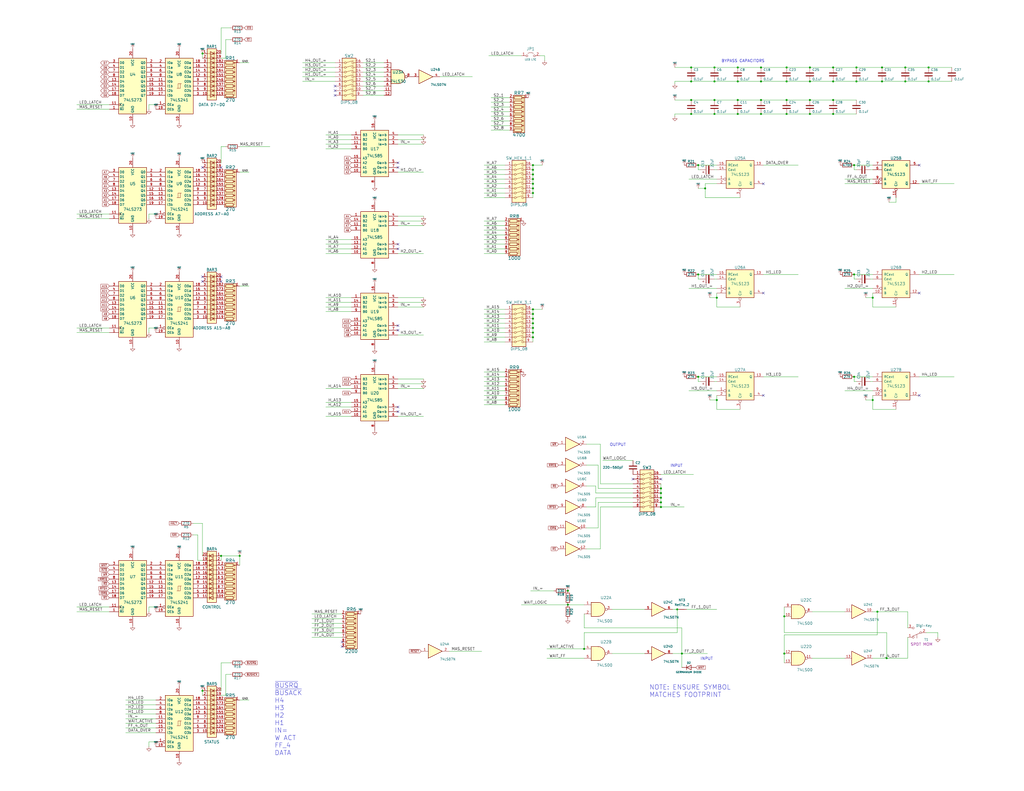
<source format=kicad_sch>
(kicad_sch (version 20211123) (generator eeschema)
  (paper "C")
  (junction (at 309.88 322.58))
  (junction (at 290.83 92.71))
  (junction (at 483.87 359.41))
  (junction (at 466.09 90.17))
  (junction (at 290.83 181.61))
  (junction (at 415.29 62.23))
  (junction (at 402.59 44.45))
  (junction (at 494.03 44.45))
  (junction (at 290.83 171.45))
  (junction (at 441.96 36.83))
  (junction (at 290.83 179.07))
  (junction (at 360.68 274.32))
  (junction (at 377.19 44.45))
  (junction (at 318.77 354.33))
  (junction (at 391.16 162.56))
  (junction (at 415.29 54.61))
  (junction (at 372.11 356.87))
  (junction (at 381 149.86))
  (junction (at 402.59 36.83))
  (junction (at 130.81 303.53))
  (junction (at 381 90.17))
  (junction (at 454.66 54.61))
  (junction (at 454.66 62.23))
  (junction (at 429.26 54.61))
  (junction (at 402.59 62.23))
  (junction (at 389.89 36.83))
  (junction (at 476.25 218.44))
  (junction (at 290.83 173.99))
  (junction (at 481.33 36.83))
  (junction (at 427.99 336.55))
  (junction (at 506.73 44.45))
  (junction (at 441.96 54.61))
  (junction (at 360.68 271.78))
  (junction (at 478.79 334.01))
  (junction (at 290.83 105.41))
  (junction (at 389.89 62.23))
  (junction (at 290.83 97.79))
  (junction (at 389.89 54.61))
  (junction (at 415.29 44.45))
  (junction (at 377.19 54.61))
  (junction (at 120.65 303.53))
  (junction (at 290.83 184.15))
  (junction (at 466.09 205.74))
  (junction (at 506.73 36.83))
  (junction (at 441.96 44.45))
  (junction (at 290.83 168.91))
  (junction (at 467.36 44.45))
  (junction (at 389.89 44.45))
  (junction (at 467.36 36.83))
  (junction (at 429.26 44.45))
  (junction (at 476.25 162.56))
  (junction (at 415.29 36.83))
  (junction (at 391.16 218.44))
  (junction (at 377.19 62.23))
  (junction (at 384.81 102.87))
  (junction (at 494.03 36.83))
  (junction (at 309.88 330.2))
  (junction (at 360.68 266.7))
  (junction (at 441.96 62.23))
  (junction (at 481.33 44.45))
  (junction (at 360.68 276.86))
  (junction (at 381 205.74))
  (junction (at 290.83 95.25))
  (junction (at 454.66 44.45))
  (junction (at 466.09 149.86))
  (junction (at 290.83 90.17))
  (junction (at 377.19 36.83))
  (junction (at 429.26 62.23))
  (junction (at 360.68 269.24))
  (junction (at 402.59 54.61))
  (junction (at 454.66 36.83))
  (junction (at 427.99 356.87))
  (junction (at 290.83 176.53))
  (junction (at 110.49 29.21))
  (junction (at 290.83 100.33))
  (junction (at 369.57 332.74))
  (junction (at 429.26 36.83))
  (junction (at 290.83 102.87))
  (junction (at 110.49 377.19))
  (no_connect (at 345.44 261.62))
  (no_connect (at 120.65 151.13))
  (no_connect (at 182.88 46.99))
  (no_connect (at 182.88 49.53))
  (no_connect (at 110.49 151.13))
  (no_connect (at 217.17 224.79))
  (no_connect (at 501.65 160.02))
  (no_connect (at 501.65 215.9))
  (no_connect (at 217.17 91.44))
  (no_connect (at 120.65 91.44))
  (no_connect (at 416.56 160.02))
  (no_connect (at 217.17 177.8))
  (no_connect (at 110.49 153.67))
  (no_connect (at 217.17 88.9))
  (no_connect (at 186.69 353.06))
  (no_connect (at 416.56 100.33))
  (no_connect (at 120.65 153.67))
  (no_connect (at 360.68 261.62))
  (no_connect (at 182.88 52.07))
  (no_connect (at 416.56 215.9))
  (no_connect (at 217.17 222.25))
  (no_connect (at 217.17 180.34))
  (no_connect (at 110.49 91.44))
  (no_connect (at 501.65 90.17))
  (no_connect (at 186.69 350.52))
  (no_connect (at 217.17 133.35))
  (no_connect (at 217.17 135.89))
  (wire (pts (xy 466.09 152.4) (xy 466.09 149.86)))
  (wire (pts (xy 68.58 397.51) (xy 85.09 397.51)))
  (wire (pts (xy 264.16 208.28) (xy 275.59 208.28)))
  (wire (pts (xy 177.8 167.64) (xy 191.77 167.64)))
  (wire (pts (xy 494.03 36.83) (xy 506.73 36.83)))
  (wire (pts (xy 403.86 107.95) (xy 384.81 107.95)))
  (wire (pts (xy 466.09 149.86) (xy 476.25 149.86)))
  (wire (pts (xy 360.68 276.86) (xy 373.38 276.86)))
  (wire (pts (xy 327.66 242.57) (xy 327.66 264.16)))
  (wire (pts (xy 290.83 171.45) (xy 290.83 173.99)))
  (wire (pts (xy 290.83 181.61) (xy 290.83 184.15)))
  (wire (pts (xy 476.25 157.48) (xy 461.01 157.48)))
  (wire (pts (xy 325.12 276.86) (xy 320.04 276.86)))
  (wire (pts (xy 130.81 34.29) (xy 135.89 34.29)))
  (wire (pts (xy 264.16 220.98) (xy 275.59 220.98)))
  (wire (pts (xy 264.16 120.65) (xy 275.59 120.65)))
  (wire (pts (xy 85.09 179.07) (xy 81.28 179.07)))
  (wire (pts (xy 389.89 62.23) (xy 402.59 62.23)))
  (wire (pts (xy 368.3 36.83) (xy 377.19 36.83)))
  (wire (pts (xy 290.83 92.71) (xy 290.83 95.25)))
  (wire (pts (xy 478.79 334.01) (xy 495.3 334.01)))
  (wire (pts (xy 384.81 100.33) (xy 391.16 100.33)))
  (wire (pts (xy 476.25 218.44) (xy 476.25 215.9)))
  (wire (pts (xy 454.66 62.23) (xy 467.36 62.23)))
  (wire (pts (xy 59.69 181.61) (xy 41.91 181.61)))
  (wire (pts (xy 264.16 176.53) (xy 275.59 176.53)))
  (wire (pts (xy 318.77 354.33) (xy 318.77 345.44)))
  (wire (pts (xy 427.99 356.87) (xy 427.99 361.95)))
  (wire (pts (xy 186.69 335.28) (xy 170.18 335.28)))
  (wire (pts (xy 476.25 223.52) (xy 476.25 218.44)))
  (wire (pts (xy 120.65 15.24) (xy 125.73 15.24)))
  (wire (pts (xy 429.26 44.45) (xy 441.96 44.45)))
  (wire (pts (xy 264.16 205.74) (xy 275.59 205.74)))
  (wire (pts (xy 466.09 152.4) (xy 467.36 152.4)))
  (wire (pts (xy 454.66 36.83) (xy 467.36 36.83)))
  (wire (pts (xy 474.98 208.28) (xy 476.25 208.28)))
  (wire (pts (xy 165.1 34.29) (xy 182.88 34.29)))
  (wire (pts (xy 325.12 269.24) (xy 345.44 269.24)))
  (wire (pts (xy 186.69 337.82) (xy 170.18 337.82)))
  (wire (pts (xy 389.89 152.4) (xy 391.16 152.4)))
  (wire (pts (xy 68.58 392.43) (xy 85.09 392.43)))
  (wire (pts (xy 198.12 41.91) (xy 209.55 41.91)))
  (wire (pts (xy 147.32 80.01) (xy 130.81 80.01)))
  (wire (pts (xy 391.16 90.17) (xy 381 90.17)))
  (wire (pts (xy 320.04 288.29) (xy 326.39 288.29)))
  (wire (pts (xy 177.8 162.56) (xy 191.77 162.56)))
  (wire (pts (xy 120.65 303.53) (xy 130.81 303.53)))
  (wire (pts (xy 165.1 41.91) (xy 182.88 41.91)))
  (wire (pts (xy 217.17 167.64) (xy 231.14 167.64)))
  (wire (pts (xy 476.25 359.41) (xy 483.87 359.41)))
  (wire (pts (xy 466.09 205.74) (xy 476.25 205.74)))
  (wire (pts (xy 369.57 332.74) (xy 369.57 345.44)))
  (wire (pts (xy 209.55 49.53) (xy 198.12 49.53)))
  (wire (pts (xy 372.11 356.87) (xy 372.11 364.49)))
  (wire (pts (xy 441.96 36.83) (xy 454.66 36.83)))
  (wire (pts (xy 217.17 207.01) (xy 231.14 207.01)))
  (wire (pts (xy 264.16 135.89) (xy 275.59 135.89)))
  (wire (pts (xy 309.88 330.2) (xy 318.77 330.2)))
  (wire (pts (xy 360.68 274.32) (xy 360.68 276.86)))
  (wire (pts (xy 267.97 58.42) (xy 278.13 58.42)))
  (wire (pts (xy 177.8 212.09) (xy 191.77 212.09)))
  (wire (pts (xy 68.58 400.05) (xy 85.09 400.05)))
  (wire (pts (xy 318.77 342.9) (xy 372.11 342.9)))
  (wire (pts (xy 391.16 218.44) (xy 391.16 223.52)))
  (wire (pts (xy 391.16 167.64) (xy 403.86 167.64)))
  (wire (pts (xy 177.8 135.89) (xy 191.77 135.89)))
  (wire (pts (xy 415.29 62.23) (xy 429.26 62.23)))
  (wire (pts (xy 466.09 90.17) (xy 466.09 92.71)))
  (wire (pts (xy 476.25 167.64) (xy 476.25 162.56)))
  (wire (pts (xy 506.73 36.83) (xy 519.43 36.83)))
  (wire (pts (xy 325.12 265.43) (xy 325.12 269.24)))
  (wire (pts (xy 476.25 162.56) (xy 476.25 160.02)))
  (wire (pts (xy 298.45 354.33) (xy 318.77 354.33)))
  (wire (pts (xy 290.83 95.25) (xy 290.83 97.79)))
  (wire (pts (xy 506.73 44.45) (xy 519.43 44.45)))
  (wire (pts (xy 290.83 184.15) (xy 290.83 186.69)))
  (wire (pts (xy 177.8 165.1) (xy 191.77 165.1)))
  (wire (pts (xy 429.26 62.23) (xy 441.96 62.23)))
  (wire (pts (xy 318.77 342.9) (xy 318.77 335.28)))
  (wire (pts (xy 372.11 356.87) (xy 386.08 356.87)))
  (wire (pts (xy 501.65 205.74) (xy 520.7 205.74)))
  (wire (pts (xy 476.25 90.17) (xy 466.09 90.17)))
  (wire (pts (xy 290.83 105.41) (xy 290.83 107.95)))
  (wire (pts (xy 334.01 332.74) (xy 351.79 332.74)))
  (wire (pts (xy 402.59 44.45) (xy 415.29 44.45)))
  (wire (pts (xy 416.56 205.74) (xy 435.61 205.74)))
  (wire (pts (xy 81.28 179.07) (xy 81.28 181.61)))
  (wire (pts (xy 217.17 182.88) (xy 231.14 182.88)))
  (wire (pts (xy 328.93 251.46) (xy 345.44 251.46)))
  (wire (pts (xy 441.96 44.45) (xy 454.66 44.45)))
  (wire (pts (xy 264.16 107.95) (xy 275.59 107.95)))
  (wire (pts (xy 217.17 76.2) (xy 231.14 76.2)))
  (wire (pts (xy 334.01 356.87) (xy 351.79 356.87)))
  (wire (pts (xy 381 90.17) (xy 381 92.71)))
  (wire (pts (xy 377.19 54.61) (xy 389.89 54.61)))
  (wire (pts (xy 478.79 346.71) (xy 478.79 334.01)))
  (wire (pts (xy 326.39 274.32) (xy 345.44 274.32)))
  (wire (pts (xy 454.66 44.45) (xy 467.36 44.45)))
  (wire (pts (xy 415.29 44.45) (xy 429.26 44.45)))
  (wire (pts (xy 123.19 368.3) (xy 125.73 368.3)))
  (wire (pts (xy 123.19 31.75) (xy 123.19 21.59)))
  (wire (pts (xy 368.3 62.23) (xy 377.19 62.23)))
  (wire (pts (xy 59.69 179.07) (xy 41.91 179.07)))
  (wire (pts (xy 177.8 170.18) (xy 191.77 170.18)))
  (wire (pts (xy 381 92.71) (xy 382.27 92.71)))
  (wire (pts (xy 505.46 345.44) (xy 511.81 345.44)))
  (wire (pts (xy 59.69 331.47) (xy 41.91 331.47)))
  (wire (pts (xy 177.8 227.33) (xy 191.77 227.33)))
  (wire (pts (xy 110.49 306.07) (xy 107.95 306.07)))
  (wire (pts (xy 427.99 331.47) (xy 427.99 336.55)))
  (wire (pts (xy 381 205.74) (xy 391.16 205.74)))
  (wire (pts (xy 209.55 34.29) (xy 198.12 34.29)))
  (wire (pts (xy 130.81 303.53) (xy 130.81 308.61)))
  (wire (pts (xy 59.69 57.15) (xy 41.91 57.15)))
  (wire (pts (xy 325.12 271.78) (xy 325.12 276.86)))
  (wire (pts (xy 478.79 346.71) (xy 427.99 346.71)))
  (wire (pts (xy 290.83 102.87) (xy 290.83 105.41)))
  (wire (pts (xy 501.65 100.33) (xy 520.7 100.33)))
  (wire (pts (xy 217.17 138.43) (xy 231.14 138.43)))
  (wire (pts (xy 267.97 71.12) (xy 278.13 71.12)))
  (wire (pts (xy 120.65 306.07) (xy 120.65 303.53)))
  (wire (pts (xy 391.16 160.02) (xy 391.16 162.56)))
  (wire (pts (xy 59.69 59.69) (xy 41.91 59.69)))
  (wire (pts (xy 326.39 288.29) (xy 326.39 274.32)))
  (wire (pts (xy 381 208.28) (xy 381 205.74)))
  (wire (pts (xy 377.19 62.23) (xy 389.89 62.23)))
  (wire (pts (xy 130.81 156.21) (xy 135.89 156.21)))
  (wire (pts (xy 120.65 31.75) (xy 123.19 31.75)))
  (wire (pts (xy 266.7 30.48) (xy 284.48 30.48)))
  (wire (pts (xy 391.16 213.36) (xy 375.92 213.36)))
  (wire (pts (xy 264.16 213.36) (xy 275.59 213.36)))
  (wire (pts (xy 264.16 125.73) (xy 275.59 125.73)))
  (wire (pts (xy 290.83 90.17) (xy 290.83 92.71)))
  (wire (pts (xy 217.17 73.66) (xy 231.14 73.66)))
  (wire (pts (xy 466.09 208.28) (xy 466.09 205.74)))
  (wire (pts (xy 177.8 81.28) (xy 191.77 81.28)))
  (wire (pts (xy 441.96 62.23) (xy 454.66 62.23)))
  (wire (pts (xy 85.09 331.47) (xy 81.28 331.47)))
  (wire (pts (xy 360.68 264.16) (xy 360.68 266.7)))
  (wire (pts (xy 177.8 78.74) (xy 191.77 78.74)))
  (wire (pts (xy 107.95 292.1) (xy 105.41 292.1)))
  (wire (pts (xy 81.28 405.13) (xy 81.28 407.67)))
  (wire (pts (xy 284.48 330.2) (xy 309.88 330.2)))
  (wire (pts (xy 81.28 331.47) (xy 81.28 334.01)))
  (wire (pts (xy 476.25 218.44) (xy 472.44 218.44)))
  (wire (pts (xy 391.16 218.44) (xy 387.35 218.44)))
  (wire (pts (xy 85.09 405.13) (xy 81.28 405.13)))
  (wire (pts (xy 198.12 36.83) (xy 209.55 36.83)))
  (wire (pts (xy 483.87 359.41) (xy 483.87 345.44)))
  (wire (pts (xy 511.81 345.44) (xy 511.81 347.98)))
  (wire (pts (xy 466.09 92.71) (xy 467.36 92.71)))
  (wire (pts (xy 290.83 97.79) (xy 290.83 100.33)))
  (wire (pts (xy 391.16 332.74) (xy 374.65 332.74)))
  (wire (pts (xy 381 152.4) (xy 381 149.86)))
  (wire (pts (xy 264.16 181.61) (xy 275.59 181.61)))
  (wire (pts (xy 186.69 347.98) (xy 170.18 347.98)))
  (wire (pts (xy 481.33 36.83) (xy 494.03 36.83)))
  (wire (pts (xy 177.8 73.66) (xy 191.77 73.66)))
  (wire (pts (xy 474.98 152.4) (xy 476.25 152.4)))
  (wire (pts (xy 165.1 44.45) (xy 182.88 44.45)))
  (wire (pts (xy 391.16 215.9) (xy 391.16 218.44)))
  (wire (pts (xy 466.09 208.28) (xy 467.36 208.28)))
  (wire (pts (xy 429.26 36.83) (xy 441.96 36.83)))
  (wire (pts (xy 177.8 222.25) (xy 191.77 222.25)))
  (wire (pts (xy 389.89 92.71) (xy 391.16 92.71)))
  (wire (pts (xy 59.69 116.84) (xy 41.91 116.84)))
  (wire (pts (xy 59.69 334.01) (xy 41.91 334.01)))
  (wire (pts (xy 476.25 334.01) (xy 478.79 334.01)))
  (wire (pts (xy 264.16 130.81) (xy 275.59 130.81)))
  (wire (pts (xy 68.58 389.89) (xy 85.09 389.89)))
  (wire (pts (xy 217.17 118.11) (xy 231.14 118.11)))
  (wire (pts (xy 81.28 57.15) (xy 85.09 57.15)))
  (wire (pts (xy 264.16 97.79) (xy 275.59 97.79)))
  (wire (pts (xy 415.29 36.83) (xy 429.26 36.83)))
  (wire (pts (xy 198.12 52.07) (xy 209.55 52.07)))
  (wire (pts (xy 384.81 102.87) (xy 381 102.87)))
  (wire (pts (xy 264.16 102.87) (xy 275.59 102.87)))
  (wire (pts (xy 120.65 377.19) (xy 120.65 361.95)))
  (wire (pts (xy 68.58 387.35) (xy 85.09 387.35)))
  (wire (pts (xy 427.99 336.55) (xy 427.99 345.44)))
  (wire (pts (xy 264.16 184.15) (xy 275.59 184.15)))
  (wire (pts (xy 495.3 342.9) (xy 495.3 334.01)))
  (wire (pts (xy 264.16 179.07) (xy 275.59 179.07)))
  (wire (pts (xy 368.3 63.5) (xy 368.3 62.23)))
  (wire (pts (xy 264.16 128.27) (xy 275.59 128.27)))
  (wire (pts (xy 264.16 215.9) (xy 275.59 215.9)))
  (wire (pts (xy 217.17 212.09) (xy 231.14 212.09)))
  (wire (pts (xy 377.19 44.45) (xy 389.89 44.45)))
  (wire (pts (xy 326.39 266.7) (xy 326.39 254)))
  (wire (pts (xy 367.03 332.74) (xy 369.57 332.74)))
  (wire (pts (xy 488.95 223.52) (xy 476.25 223.52)))
  (wire (pts (xy 483.87 359.41) (xy 495.3 359.41)))
  (wire (pts (xy 198.12 46.99) (xy 209.55 46.99)))
  (wire (pts (xy 377.19 36.83) (xy 389.89 36.83)))
  (wire (pts (xy 120.65 379.73) (xy 123.19 379.73)))
  (wire (pts (xy 298.45 359.41) (xy 318.77 359.41)))
  (wire (pts (xy 267.97 63.5) (xy 278.13 63.5)))
  (wire (pts (xy 177.8 133.35) (xy 191.77 133.35)))
  (wire (pts (xy 381 152.4) (xy 382.27 152.4)))
  (wire (pts (xy 186.69 340.36) (xy 170.18 340.36)))
  (wire (pts (xy 454.66 54.61) (xy 467.36 54.61)))
  (wire (pts (xy 384.81 102.87) (xy 384.81 100.33)))
  (wire (pts (xy 320.04 299.72) (xy 327.66 299.72)))
  (wire (pts (xy 217.17 123.19) (xy 231.14 123.19)))
  (wire (pts (xy 81.28 116.84) (xy 81.28 119.38)))
  (wire (pts (xy 217.17 227.33) (xy 231.14 227.33)))
  (wire (pts (xy 267.97 68.58) (xy 278.13 68.58)))
  (wire (pts (xy 105.41 285.75) (xy 110.49 285.75)))
  (wire (pts (xy 290.83 100.33) (xy 290.83 102.87)))
  (wire (pts (xy 264.16 123.19) (xy 275.59 123.19)))
  (wire (pts (xy 402.59 36.83) (xy 415.29 36.83)))
  (wire (pts (xy 110.49 29.21) (xy 110.49 31.75)))
  (wire (pts (xy 415.29 54.61) (xy 429.26 54.61)))
  (wire (pts (xy 186.69 345.44) (xy 170.18 345.44)))
  (wire (pts (xy 345.44 266.7) (xy 326.39 266.7)))
  (wire (pts (xy 59.69 119.38) (xy 41.91 119.38)))
  (wire (pts (xy 217.17 165.1) (xy 231.14 165.1)))
  (wire (pts (xy 264.16 218.44) (xy 275.59 218.44)))
  (wire (pts (xy 360.68 271.78) (xy 360.68 274.32)))
  (wire (pts (xy 416.56 149.86) (xy 435.61 149.86)))
  (wire (pts (xy 177.8 76.2) (xy 191.77 76.2)))
  (wire (pts (xy 476.25 162.56) (xy 472.44 162.56)))
  (wire (pts (xy 391.16 223.52) (xy 403.86 223.52)))
  (wire (pts (xy 391.16 162.56) (xy 387.35 162.56)))
  (wire (pts (xy 177.8 130.81) (xy 191.77 130.81)))
  (wire (pts (xy 120.65 88.9) (xy 120.65 80.01)))
  (wire (pts (xy 165.1 39.37) (xy 182.88 39.37)))
  (wire (pts (xy 264.16 100.33) (xy 275.59 100.33)))
  (wire (pts (xy 389.89 54.61) (xy 402.59 54.61)))
  (wire (pts (xy 367.03 356.87) (xy 372.11 356.87)))
  (wire (pts (xy 369.57 345.44) (xy 318.77 345.44)))
  (wire (pts (xy 264.16 133.35) (xy 275.59 133.35)))
  (wire (pts (xy 402.59 62.23) (xy 415.29 62.23)))
  (wire (pts (xy 391.16 162.56) (xy 391.16 167.64)))
  (wire (pts (xy 488.95 110.49) (xy 488.95 107.95)))
  (wire (pts (xy 345.44 271.78) (xy 325.12 271.78)))
  (wire (pts (xy 391.16 97.79) (xy 375.92 97.79)))
  (wire (pts (xy 290.83 179.07) (xy 290.83 181.61)))
  (wire (pts (xy 217.17 209.55) (xy 231.14 209.55)))
  (wire (pts (xy 130.81 93.98) (xy 135.89 93.98)))
  (wire (pts (xy 488.95 110.49) (xy 485.14 110.49)))
  (wire (pts (xy 389.89 44.45) (xy 402.59 44.45)))
  (wire (pts (xy 481.33 44.45) (xy 494.03 44.45)))
  (wire (pts (xy 264.16 186.69) (xy 275.59 186.69)))
  (wire (pts (xy 209.55 39.37) (xy 198.12 39.37)))
  (wire (pts (xy 372.11 342.9) (xy 372.11 356.87)))
  (wire (pts (xy 476.25 213.36) (xy 461.01 213.36)))
  (wire (pts (xy 264.16 171.45) (xy 275.59 171.45)))
  (wire (pts (xy 177.8 219.71) (xy 191.77 219.71)))
  (wire (pts (xy 360.68 269.24) (xy 360.68 271.78)))
  (wire (pts (xy 389.89 36.83) (xy 402.59 36.83)))
  (wire (pts (xy 262.89 355.6) (xy 245.11 355.6)))
  (wire (pts (xy 264.16 95.25) (xy 275.59 95.25)))
  (wire (pts (xy 264.16 210.82) (xy 275.59 210.82)))
  (wire (pts (xy 391.16 157.48) (xy 375.92 157.48)))
  (wire (pts (xy 85.09 116.84) (xy 81.28 116.84)))
  (wire (pts (xy 429.26 54.61) (xy 441.96 54.61)))
  (wire (pts (xy 120.65 361.95) (xy 125.73 361.95)))
  (wire (pts (xy 476.25 97.79) (xy 461.01 97.79)))
  (wire (pts (xy 68.58 394.97) (xy 85.09 394.97)))
  (wire (pts (xy 81.28 59.69) (xy 81.28 57.15)))
  (wire (pts (xy 360.68 259.08) (xy 378.46 259.08)))
  (wire (pts (xy 345.44 276.86) (xy 327.66 276.86)))
  (wire (pts (xy 483.87 345.44) (xy 427.99 345.44)))
  (wire (pts (xy 264.16 168.91) (xy 275.59 168.91)))
  (wire (pts (xy 290.83 168.91) (xy 290.83 171.45)))
  (wire (pts (xy 264.16 90.17) (xy 275.59 90.17)))
  (wire (pts (xy 368.3 54.61) (xy 377.19 54.61)))
  (wire (pts (xy 120.65 80.01) (xy 123.19 80.01)))
  (wire (pts (xy 368.3 44.45) (xy 368.3 45.72)))
  (wire (pts (xy 290.83 176.53) (xy 290.83 179.07)))
  (wire (pts (xy 264.16 92.71) (xy 275.59 92.71)))
  (wire (pts (xy 416.56 90.17) (xy 435.61 90.17)))
  (wire (pts (xy 267.97 53.34) (xy 278.13 53.34)))
  (wire (pts (xy 427.99 346.71) (xy 427.99 356.87)))
  (wire (pts (xy 110.49 377.19) (xy 110.49 379.73)))
  (wire (pts (xy 327.66 276.86) (xy 327.66 299.72)))
  (wire (pts (xy 290.83 173.99) (xy 290.83 176.53)))
  (wire (pts (xy 297.18 33.02) (xy 297.18 30.48)))
  (wire (pts (xy 264.16 105.41) (xy 275.59 105.41)))
  (wire (pts (xy 217.17 78.74) (xy 231.14 78.74)))
  (wire (pts (xy 267.97 66.04) (xy 278.13 66.04)))
  (wire (pts (xy 441.96 54.61) (xy 454.66 54.61)))
  (wire (pts (xy 501.65 149.86) (xy 520.7 149.86)))
  (wire (pts (xy 123.19 21.59) (xy 125.73 21.59)))
  (wire (pts (xy 217.17 93.98) (xy 231.14 93.98)))
  (wire (pts (xy 368.3 44.45) (xy 377.19 44.45)))
  (wire (pts (xy 326.39 254) (xy 320.04 254)))
  (wire (pts (xy 389.89 208.28) (xy 391.16 208.28)))
  (wire (pts (xy 217.17 162.56) (xy 231.14 162.56)))
  (wire (pts (xy 110.49 285.75) (xy 110.49 303.53)))
  (wire (pts (xy 302.26 322.58) (xy 289.56 322.58)))
  (wire (pts (xy 186.69 342.9) (xy 170.18 342.9)))
  (wire (pts (xy 320.04 265.43) (xy 325.12 265.43)))
  (wire (pts (xy 443.23 359.41) (xy 461.01 359.41)))
  (wire (pts (xy 290.83 168.91) (xy 295.91 168.91)))
  (wire (pts (xy 264.16 203.2) (xy 275.59 203.2)))
  (wire (pts (xy 443.23 334.01) (xy 461.01 334.01)))
  (wire (pts (xy 107.95 306.07) (xy 107.95 292.1)))
  (wire (pts (xy 360.68 266.7) (xy 360.68 269.24)))
  (wire (pts (xy 217.17 120.65) (xy 231.14 120.65)))
  (wire (pts (xy 402.59 54.61) (xy 415.29 54.61)))
  (wire (pts (xy 264.16 138.43) (xy 275.59 138.43)))
  (wire (pts (xy 209.55 44.45) (xy 198.12 44.45)))
  (wire (pts (xy 474.98 92.71) (xy 476.25 92.71)))
  (wire (pts (xy 68.58 382.27) (xy 85.09 382.27)))
  (wire (pts (xy 384.81 102.87) (xy 384.81 107.95)))
  (wire (pts (xy 264.16 173.99) (xy 275.59 173.99)))
  (wire (pts (xy 381 149.86) (xy 391.16 149.86)))
  (wire (pts (xy 68.58 384.81) (xy 85.09 384.81)))
  (wire (pts (xy 267.97 60.96) (xy 278.13 60.96)))
  (wire (pts (xy 297.18 30.48) (xy 294.64 30.48)))
  (wire (pts (xy 467.36 44.45) (xy 481.33 44.45)))
  (wire (pts (xy 467.36 36.83) (xy 481.33 36.83)))
  (wire (pts (xy 290.83 90.17) (xy 295.91 90.17)))
  (wire (pts (xy 123.19 379.73) (xy 123.19 368.3)))
  (wire (pts (xy 327.66 264.16) (xy 345.44 264.16)))
  (wire (pts (xy 240.03 41.91) (xy 257.81 41.91)))
  (wire (pts (xy 488.95 167.64) (xy 476.25 167.64)))
  (wire (pts (xy 320.04 242.57) (xy 327.66 242.57)))
  (wire (pts (xy 381 208.28) (xy 382.27 208.28)))
  (wire (pts (xy 267.97 55.88) (xy 278.13 55.88)))
  (wire (pts (xy 130.81 382.27) (xy 135.89 382.27)))
  (wire (pts (xy 495.3 359.41) (xy 495.3 347.98)))
  (wire (pts (xy 476.25 100.33) (xy 461.01 100.33)))
  (wire (pts (xy 177.8 138.43) (xy 191.77 138.43)))
  (wire (pts (xy 165.1 36.83) (xy 182.88 36.83)))
  (wire (pts (xy 120.65 29.21) (xy 120.65 15.24)))
  (wire (pts (xy 494.03 44.45) (xy 506.73 44.45)))
  (text "OUTPUT" (at 332.74 243.84 0) (effects (font (size 1.524 1.524)) (justify left bottom)))
  (text "~{BUSRQ}\n~{BUSACK}\nH4\nH3\nH2\nH1\nIN=\nW ACT\nFF_4\nDATA" (at 149.86 412.75 0) (effects (font (size 2.54 2.54)) (justify left bottom)))
  (text "INPUT" (at 382.27 360.68 0) (effects (font (size 1.524 1.524)) (justify left bottom)))
  (text "NOTE: ENSURE SYMBOL\nMATCHES FOOTPRINT" (at 354.33 381 0) (effects (font (size 2.54 2.54)) (justify left bottom)))
  (text "BYPASS CAPACITORS" (at 393.7 34.29 0) (effects (font (size 1.524 1.524)) (justify left bottom)))
  (text "INPUT" (at 365.76 255.27 0) (effects (font (size 1.524 1.524)) (justify left bottom)))
  (label "IN_=" (at 69.85 392.43 0) (effects (font (size 1.524 1.524))))
  (label "FF_2_OUT" (at 373.38 356.87 0) (effects (font (size 1.524 1.524))))
  (label "GND" (at 132.08 382.27 0) (effects (font (size 1.016 1.016))))
  (label "GND" (at 132.08 156.21 0) (effects (font (size 1.016 1.016))))
  (label "LED_LATCH" (at 43.18 57.15 0) (effects (font (size 1.524 1.524))))
  (label "H_A7" (at 179.07 135.89 0) (effects (font (size 1.524 1.524))))
  (label "FF_1_OUT" (at 171.45 340.36 0) (effects (font (size 1.524 1.524))))
  (label "H4_LED" (at 69.85 382.27 0) (effects (font (size 1.524 1.524))))
  (label "H_A13" (at 265.43 173.99 0) (effects (font (size 1.524 1.524))))
  (label "H4_OUT_=" (at 218.44 227.33 0) (effects (font (size 1.524 1.524))))
  (label "H_A0" (at 179.07 76.2 0) (effects (font (size 1.524 1.524))))
  (label "FF_4_OUT" (at 69.85 397.51 0) (effects (font (size 1.524 1.524))))
  (label "H_A0" (at 265.43 107.95 0) (effects (font (size 1.524 1.524))))
  (label "H2_OUT_=" (at 218.44 138.43 0) (effects (font (size 1.524 1.524))))
  (label "MAS_RESET" (at 462.28 100.33 0) (effects (font (size 1.524 1.524))))
  (label "H_A14" (at 265.43 171.45 0) (effects (font (size 1.524 1.524))))
  (label "S2_6" (at 199.39 46.99 0) (effects (font (size 1.524 1.524))))
  (label "H_A5" (at 179.07 133.35 0) (effects (font (size 1.524 1.524))))
  (label "H_A11" (at 265.43 179.07 0) (effects (font (size 1.524 1.524))))
  (label "H_A12" (at 265.43 176.53 0) (effects (font (size 1.524 1.524))))
  (label "H_A9" (at 265.43 218.44 0) (effects (font (size 1.524 1.524))))
  (label "H2_LED" (at 69.85 387.35 0) (effects (font (size 1.524 1.524))))
  (label "H_A15" (at 179.07 227.33 0) (effects (font (size 1.524 1.524))))
  (label "S2_1" (at 269.24 53.34 0) (effects (font (size 1.524 1.524))))
  (label "H_A10" (at 265.43 215.9 0) (effects (font (size 1.524 1.524))))
  (label "H3_LED" (at 417.83 205.74 0) (effects (font (size 1.524 1.524))))
  (label "GND" (at 132.08 93.98 0) (effects (font (size 1.016 1.016))))
  (label "S2_4" (at 269.24 60.96 0) (effects (font (size 1.524 1.524))))
  (label "S2_5" (at 269.24 63.5 0) (effects (font (size 1.524 1.524))))
  (label "GND" (at 132.08 34.29 0) (effects (font (size 1.016 1.016))))
  (label "H_A11" (at 265.43 213.36 0) (effects (font (size 1.524 1.524))))
  (label "DATA_OVER" (at 69.85 400.05 0) (effects (font (size 1.524 1.524))))
  (label "H2_LED" (at 502.92 149.86 0) (effects (font (size 1.524 1.524))))
  (label "S2_4" (at 199.39 41.91 0) (effects (font (size 1.524 1.524))))
  (label "S2_7" (at 269.24 68.58 0) (effects (font (size 1.524 1.524))))
  (label "H_A6" (at 179.07 138.43 0) (effects (font (size 1.524 1.524))))
  (label "LED_LATCH" (at 43.18 331.47 0) (effects (font (size 1.524 1.524))))
  (label "H_A1" (at 265.43 135.89 0) (effects (font (size 1.524 1.524))))
  (label "WAIT_ACTIVE" (at 69.85 394.97 0) (effects (font (size 1.524 1.524))))
  (label "FF_3_OUT" (at 480.06 334.01 0) (effects (font (size 1.524 1.524))))
  (label "H_A2" (at 179.07 81.28 0) (effects (font (size 1.524 1.524))))
  (label "H_A6" (at 265.43 92.71 0) (effects (font (size 1.524 1.524))))
  (label "S2_2" (at 199.39 36.83 0) (effects (font (size 1.524 1.524))))
  (label "H_A15" (at 265.43 168.91 0) (effects (font (size 1.524 1.524))))
  (label "H_A1" (at 265.43 105.41 0) (effects (font (size 1.524 1.524))))
  (label "S2_2" (at 269.24 55.88 0) (effects (font (size 1.524 1.524))))
  (label "FF_1_OUT" (at 377.19 332.74 0) (effects (font (size 1.524 1.524))))
  (label "MAS_RESET" (at 43.18 119.38 0) (effects (font (size 1.524 1.524))))
  (label "H_A5" (at 265.43 95.25 0) (effects (font (size 1.524 1.524))))
  (label "H_A7" (at 265.43 120.65 0) (effects (font (size 1.524 1.524))))
  (label "IN_=" (at 166.37 44.45 0) (effects (font (size 1.524 1.524))))
  (label "S2_3" (at 269.24 58.42 0) (effects (font (size 1.524 1.524))))
  (label "H3_OUT_=" (at 218.44 182.88 0) (effects (font (size 1.524 1.524))))
  (label "H_A2" (at 265.43 133.35 0) (effects (font (size 1.524 1.524))))
  (label "H_A5" (at 265.43 125.73 0) (effects (font (size 1.524 1.524))))
  (label "H_A8" (at 265.43 186.69 0) (effects (font (size 1.524 1.524))))
  (label "S2_8" (at 269.24 71.12 0) (effects (font (size 1.524 1.524))))
  (label "IN_=" (at 218.44 123.19 0) (effects (font (size 1.524 1.524))))
  (label "S2_5" (at 199.39 44.45 0) (effects (font (size 1.524 1.524))))
  (label "H_A0" (at 265.43 138.43 0) (effects (font (size 1.524 1.524))))
  (label "H1_OUT_=" (at 377.19 157.48 0) (effects (font (size 1.524 1.524))))
  (label "MAS_RESET" (at 43.18 334.01 0) (effects (font (size 1.524 1.524))))
  (label "IN_=" (at 290.83 322.58 0) (effects (font (size 1.524 1.524))))
  (label "H1_OUT_=" (at 166.37 41.91 0) (effects (font (size 1.524 1.524))))
  (label "S2_3" (at 199.39 39.37 0) (effects (font (size 1.524 1.524))))
  (label "H_A1" (at 179.07 73.66 0) (effects (font (size 1.524 1.524))))
  (label "H1_LED" (at 69.85 389.89 0) (effects (font (size 1.524 1.524))))
  (label "MAS_RESET" (at 171.45 335.28 0) (effects (font (size 1.524 1.524))))
  (label "H_A10" (at 265.43 181.61 0) (effects (font (size 1.524 1.524))))
  (label "LED_LATCH" (at 361.95 259.08 0) (effects (font (size 1.524 1.524))))
  (label "H1_LED" (at 417.83 149.86 0) (effects (font (size 1.524 1.524))))
  (label "H2_OUT_=" (at 462.28 157.48 0) (effects (font (size 1.524 1.524))))
  (label "IN_=" (at 365.76 276.86 0) (effects (font (size 1.524 1.524))))
  (label "LED_LATCH" (at 43.18 179.07 0) (effects (font (size 1.524 1.524))))
  (label "MAS_RESET" (at 43.18 59.69 0) (effects (font (size 1.524 1.524))))
  (label "H_A4" (at 265.43 97.79 0) (effects (font (size 1.524 1.524))))
  (label "WAIT_ACTIVE" (at 299.72 354.33 0) (effects (font (size 1.524 1.524))))
  (label "H_A2" (at 265.43 102.87 0) (effects (font (size 1.524 1.524))))
  (label "H_A13" (at 265.43 208.28 0) (effects (font (size 1.524 1.524))))
  (label "H_A10" (at 179.07 162.56 0) (effects (font (size 1.524 1.524))))
  (label "H_A9" (at 179.07 167.64 0) (effects (font (size 1.524 1.524))))
  (label "LED_LATCH" (at 43.18 116.84 0) (effects (font (size 1.524 1.524))))
  (label "H_A3" (at 265.43 100.33 0) (effects (font (size 1.524 1.524))))
  (label "WAIT_FF" (at 502.92 100.33 0) (effects (font (size 1.524 1.524))))
  (label "H_A11" (at 179.07 165.1 0) (effects (font (size 1.524 1.524))))
  (label "FF_4_OUT" (at 480.06 359.41 0) (effects (font (size 1.524 1.524))))
  (label "S2_8" (at 199.39 52.07 0) (effects (font (size 1.524 1.524))))
  (label "FF_2_OUT" (at 171.45 342.9 0) (effects (font (size 1.524 1.524))))
  (label "H4_OUT_=" (at 166.37 34.29 0) (effects (font (size 1.524 1.524))))
  (label "H_A7" (at 265.43 90.17 0) (effects (font (size 1.524 1.524))))
  (label "MAS_RESET" (at 246.38 355.6 0) (effects (font (size 1.524 1.524))))
  (label "H3_OUT_=" (at 166.37 36.83 0) (effects (font (size 1.524 1.524))))
  (label "LED_LATCH" (at 171.45 337.82 0) (effects (font (size 1.524 1.524))))
  (label "H_A13" (at 179.07 219.71 0) (effects (font (size 1.524 1.524))))
  (label "WAIT_LOGIC" (at 328.93 251.46 0) (effects (font (size 1.524 1.524))))
  (label "H_A8" (at 265.43 220.98 0) (effects (font (size 1.524 1.524))))
  (label "LED_LATCH" (at 267.97 30.48 0) (effects (font (size 1.524 1.524))))
  (label "H4_LED" (at 502.92 205.74 0) (effects (font (size 1.524 1.524))))
  (label "H_A8" (at 179.07 170.18 0) (effects (font (size 1.524 1.524))))
  (label "H_A12" (at 265.43 210.82 0) (effects (font (size 1.524 1.524))))
  (label "H3_LED" (at 69.85 384.81 0) (effects (font (size 1.524 1.524))))
  (label "H_A15" (at 265.43 203.2 0) (effects (font (size 1.524 1.524))))
  (label "LED_LATCH" (at 377.19 97.79 0) (effects (font (size 1.524 1.524))))
  (label "H_A4" (at 265.43 128.27 0) (effects (font (size 1.524 1.524))))
  (label "IN_=" (at 218.44 212.09 0) (effects (font (size 1.524 1.524))))
  (label "S2_1" (at 199.39 34.29 0) (effects (font (size 1.524 1.524))))
  (label "FF_4_OUT" (at 462.28 97.79 0) (effects (font (size 1.524 1.524))))
  (label "H_A12" (at 179.07 222.25 0) (effects (font (size 1.524 1.524))))
  (label "H_A14" (at 265.43 205.74 0) (effects (font (size 1.524 1.524))))
  (label "FF_3_OUT" (at 171.45 345.44 0) (effects (font (size 1.524 1.524))))
  (label "H_A4" (at 179.07 130.81 0) (effects (font (size 1.524 1.524))))
  (label "WAIT_LOGIC" (at 285.75 330.2 0) (effects (font (size 1.524 1.524))))
  (label "H_A9" (at 265.43 184.15 0) (effects (font (size 1.524 1.524))))
  (label "H4_OUT_=" (at 462.28 213.36 0) (effects (font (size 1.524 1.524))))
  (label "H_A6" (at 265.43 123.19 0) (effects (font (size 1.524 1.524))))
  (label "MAS_RESET" (at 130.81 80.01 0) (effects (font (size 1.524 1.524))))
  (label "S2_6" (at 269.24 66.04 0) (effects (font (size 1.524 1.524))))
  (label "MAS_RESET" (at 43.18 181.61 0) (effects (font (size 1.524 1.524))))
  (label "DATA_OVER" (at 417.83 90.17 0) (effects (font (size 1.524 1.524))))
  (label "IN_=" (at 218.44 167.64 0) (effects (font (size 1.524 1.524))))
  (label "IN_=" (at 218.44 78.74 0) (effects (font (size 1.524 1.524))))
  (label "WAIT_FF" (at 299.72 359.41 0) (effects (font (size 1.524 1.524))))
  (label "H_A3" (at 179.07 78.74 0) (effects (font (size 1.524 1.524))))
  (label "H3_OUT_=" (at 377.19 213.36 0) (effects (font (size 1.524 1.524))))
  (label "H1_OUT_=" (at 218.44 93.98 0) (effects (font (size 1.524 1.524))))
  (label "H2_OUT_=" (at 166.37 39.37 0) (effects (font (size 1.524 1.524))))
  (label "LED_LATCH" (at 241.3 41.91 0) (effects (font (size 1.524 1.524))))
  (label "H_A14" (at 179.07 212.09 0) (effects (font (size 1.524 1.524))))
  (label "S2_7" (at 199.39 49.53 0) (effects (font (size 1.524 1.524))))
  (label "FF_4_OUT" (at 171.45 347.98 0) (effects (font (size 1.524 1.524))))
  (label "H_A3" (at 265.43 130.81 0) (effects (font (size 1.524 1.524))))
  (global_label "A8" (shape input) (at 59.69 173.99 180) (effects (font (size 1.016 1.016))) (property "Intersheet References" "${INTERSHEET_REFS}" (effects hide)))
  (global_label "A4" (shape input) (at 59.69 101.6 180) (effects (font (size 1.016 1.016))) (property "Intersheet References" "${INTERSHEET_REFS}" (effects hide)))
  (global_label "~{RD}" (shape input) (at 59.69 318.77 180) (effects (font (size 1.016 1.016))) (property "Intersheet References" "${INTERSHEET_REFS}" (effects hide)))
  (global_label "~{IEI}" (shape input) (at 133.35 21.59 0) (effects (font (size 1.016 1.016))) (property "Intersheet References" "${INTERSHEET_REFS}" (effects hide)))
  (global_label "~{NMI}" (shape input) (at 97.79 292.1 180) (effects (font (size 1.016 1.016))) (property "Intersheet References" "${INTERSHEET_REFS}" (effects hide)))
  (global_label "D7" (shape bidirectional) (at 59.69 34.29 180) (effects (font (size 1.016 1.016))) (property "Intersheet References" "${INTERSHEET_REFS}" (effects hide)))
  (global_label "A7" (shape input) (at 59.69 93.98 180) (effects (font (size 1.016 1.016))) (property "Intersheet References" "${INTERSHEET_REFS}" (effects hide)))
  (global_label "A11" (shape input) (at 59.69 166.37 180) (effects (font (size 1.016 1.016))) (property "Intersheet References" "${INTERSHEET_REFS}" (effects hide)))
  (global_label "D2" (shape bidirectional) (at 59.69 46.99 180) (effects (font (size 1.016 1.016))) (property "Intersheet References" "${INTERSHEET_REFS}" (effects hide)))
  (global_label "D3" (shape bidirectional) (at 59.69 44.45 180) (effects (font (size 1.016 1.016))) (property "Intersheet References" "${INTERSHEET_REFS}" (effects hide)))
  (global_label "~{M1}" (shape input) (at 304.8 299.72 180) (effects (font (size 1.016 1.016))) (property "Intersheet References" "${INTERSHEET_REFS}" (effects hide)))
  (global_label "D4" (shape bidirectional) (at 59.69 41.91 180) (effects (font (size 1.016 1.016))) (property "Intersheet References" "${INTERSHEET_REFS}" (effects hide)))
  (global_label "~{MREQ}" (shape input) (at 304.8 254 180) (effects (font (size 1.016 1.016))) (property "Intersheet References" "${INTERSHEET_REFS}" (effects hide)))
  (global_label "D1" (shape bidirectional) (at 59.69 49.53 180) (effects (font (size 1.016 1.016))) (property "Intersheet References" "${INTERSHEET_REFS}" (effects hide)))
  (global_label "~{IEO}" (shape input) (at 133.35 15.24 0) (effects (font (size 1.016 1.016))) (property "Intersheet References" "${INTERSHEET_REFS}" (effects hide)))
  (global_label "~{WAIT}" (shape input) (at 379.73 364.49 0) (effects (font (size 1.016 1.016))) (property "Intersheet References" "${INTERSHEET_REFS}" (effects hide)))
  (global_label "A14" (shape input) (at 191.77 224.79 180) (effects (font (size 1.016 1.016))) (property "Intersheet References" "${INTERSHEET_REFS}" (effects hide)))
  (global_label "A11" (shape input) (at 191.77 177.8 180) (effects (font (size 1.016 1.016))) (property "Intersheet References" "${INTERSHEET_REFS}" (effects hide)))
  (global_label "A4" (shape input) (at 191.77 118.11 180) (effects (font (size 1.016 1.016))) (property "Intersheet References" "${INTERSHEET_REFS}" (effects hide)))
  (global_label "D5" (shape bidirectional) (at 59.69 39.37 180) (effects (font (size 1.016 1.016))) (property "Intersheet References" "${INTERSHEET_REFS}" (effects hide)))
  (global_label "A14" (shape input) (at 59.69 158.75 180) (effects (font (size 1.016 1.016))) (property "Intersheet References" "${INTERSHEET_REFS}" (effects hide)))
  (global_label "A12" (shape input) (at 59.69 163.83 180) (effects (font (size 1.016 1.016))) (property "Intersheet References" "${INTERSHEET_REFS}" (effects hide)))
  (global_label "A15" (shape input) (at 191.77 214.63 180) (effects (font (size 1.016 1.016))) (property "Intersheet References" "${INTERSHEET_REFS}" (effects hide)))
  (global_label "A5" (shape input) (at 191.77 120.65 180) (effects (font (size 1.016 1.016))) (property "Intersheet References" "${INTERSHEET_REFS}" (effects hide)))
  (global_label "A10" (shape input) (at 191.77 175.26 180) (effects (font (size 1.016 1.016))) (property "Intersheet References" "${INTERSHEET_REFS}" (effects hide)))
  (global_label "A6" (shape input) (at 59.69 96.52 180) (effects (font (size 1.016 1.016))) (property "Intersheet References" "${INTERSHEET_REFS}" (effects hide)))
  (global_label "A5" (shape input) (at 59.69 99.06 180) (effects (font (size 1.016 1.016))) (property "Intersheet References" "${INTERSHEET_REFS}" (effects hide)))
  (global_label "~{IORQ}" (shape input) (at 59.69 323.85 180) (effects (font (size 1.016 1.016))) (property "Intersheet References" "${INTERSHEET_REFS}" (effects hide)))
  (global_label "~{RFSH}" (shape input) (at 304.8 276.86 180) (effects (font (size 1.016 1.016))) (property "Intersheet References" "${INTERSHEET_REFS}" (effects hide)))
  (global_label "~{WR}" (shape input) (at 304.8 242.57 180) (effects (font (size 1.016 1.016))) (property "Intersheet References" "${INTERSHEET_REFS}" (effects hide)))
  (global_label "~{M1}" (shape input) (at 59.69 326.39 180) (effects (font (size 1.016 1.016))) (property "Intersheet References" "${INTERSHEET_REFS}" (effects hide)))
  (global_label "A0" (shape input) (at 191.77 88.9 180) (effects (font (size 1.016 1.016))) (property "Intersheet References" "${INTERSHEET_REFS}" (effects hide)))
  (global_label "~{MREQ}" (shape input) (at 59.69 316.23 180) (effects (font (size 1.016 1.016))) (property "Intersheet References" "${INTERSHEET_REFS}" (effects hide)))
  (global_label "A8" (shape input) (at 191.77 182.88 180) (effects (font (size 1.016 1.016))) (property "Intersheet References" "${INTERSHEET_REFS}" (effects hide)))
  (global_label "A13" (shape input) (at 191.77 207.01 180) (effects (font (size 1.016 1.016))) (property "Intersheet References" "${INTERSHEET_REFS}" (effects hide)))
  (global_label "A1" (shape input) (at 191.77 86.36 180) (effects (font (size 1.016 1.016))) (property "Intersheet References" "${INTERSHEET_REFS}" (effects hide)))
  (global_label "A0" (shape input) (at 59.69 111.76 180) (effects (font (size 1.016 1.016))) (property "Intersheet References" "${INTERSHEET_REFS}" (effects hide)))
  (global_label "A3" (shape input) (at 59.69 104.14 180) (effects (font (size 1.016 1.016))) (property "Intersheet References" "${INTERSHEET_REFS}" (effects hide)))
  (global_label "~{IORQ}" (shape input) (at 304.8 288.29 180) (effects (font (size 1.016 1.016))) (property "Intersheet References" "${INTERSHEET_REFS}" (effects hide)))
  (global_label "A12" (shape input) (at 191.77 209.55 180) (effects (font (size 1.016 1.016))) (property "Intersheet References" "${INTERSHEET_REFS}" (effects hide)))
  (global_label "A15" (shape input) (at 59.69 156.21 180) (effects (font (size 1.016 1.016))) (property "Intersheet References" "${INTERSHEET_REFS}" (effects hide)))
  (global_label "~{RD}" (shape input) (at 304.8 265.43 180) (effects (font (size 1.016 1.016))) (property "Intersheet References" "${INTERSHEET_REFS}" (effects hide)))
  (global_label "A10" (shape input) (at 59.69 168.91 180) (effects (font (size 1.016 1.016))) (property "Intersheet References" "${INTERSHEET_REFS}" (effects hide)))
  (global_label "A13" (shape input) (at 59.69 161.29 180) (effects (font (size 1.016 1.016))) (property "Intersheet References" "${INTERSHEET_REFS}" (effects hide)))
  (global_label "~{RFSH}" (shape input) (at 59.69 321.31 180) (effects (font (size 1.016 1.016))) (property "Intersheet References" "${INTERSHEET_REFS}" (effects hide)))
  (global_label "~{HALT}" (shape input) (at 97.79 285.75 180) (effects (font (size 1.016 1.016))) (property "Intersheet References" "${INTERSHEET_REFS}" (effects hide)))
  (global_label "~{INT0}" (shape input) (at 59.69 311.15 180) (effects (font (size 1.016 1.016))) (property "Intersheet References" "${INTERSHEET_REFS}" (effects hide)))
  (global_label "~{WAIT}" (shape input) (at 59.69 308.61 180) (effects (font (size 1.016 1.016))) (property "Intersheet References" "${INTERSHEET_REFS}" (effects hide)))
  (global_label "A3" (shape input) (at 191.77 91.44 180) (effects (font (size 1.016 1.016))) (property "Intersheet References" "${INTERSHEET_REFS}" (effects hide)))
  (global_label "~{BUSRQ}" (shape input) (at 133.35 361.95 0) (effects (font (size 1.016 1.016))) (property "Intersheet References" "${INTERSHEET_REFS}" (effects hide)))
  (global_label "D6" (shape bidirectional) (at 59.69 36.83 180) (effects (font (size 1.016 1.016))) (property "Intersheet References" "${INTERSHEET_REFS}" (effects hide)))
  (global_label "A1" (shape input) (at 59.69 109.22 180) (effects (font (size 1.016 1.016))) (property "Intersheet References" "${INTERSHEET_REFS}" (effects hide)))
  (global_label "A2" (shape input) (at 59.69 106.68 180) (effects (font (size 1.016 1.016))) (property "Intersheet References" "${INTERSHEET_REFS}" (effects hide)))
  (global_label "A9" (shape input) (at 59.69 171.45 180) (effects (font (size 1.016 1.016))) (property "Intersheet References" "${INTERSHEET_REFS}" (effects hide)))
  (global_label "D0" (shape bidirectional) (at 59.69 52.07 180) (effects (font (size 1.016 1.016))) (property "Intersheet References" "${INTERSHEET_REFS}" (effects hide)))
  (global_label "A2" (shape input) (at 191.77 93.98 180) (effects (font (size 1.016 1.016))) (property "Intersheet References" "${INTERSHEET_REFS}" (effects hide)))
  (global_label "~{BUSACK}" (shape input) (at 133.35 368.3 0) (effects (font (size 1.016 1.016))) (property "Intersheet References" "${INTERSHEET_REFS}" (effects hide)))
  (global_label "A6" (shape input) (at 191.77 125.73 180) (effects (font (size 1.016 1.016))) (property "Intersheet References" "${INTERSHEET_REFS}" (effects hide)))
  (global_label "~{WR}" (shape input) (at 59.69 313.69 180) (effects (font (size 1.016 1.016))) (property "Intersheet References" "${INTERSHEET_REFS}" (effects hide)))
  (global_label "A9" (shape input) (at 191.77 180.34 180) (effects (font (size 1.016 1.016))) (property "Intersheet References" "${INTERSHEET_REFS}" (effects hide)))
  (global_label "~{RESET}" (shape input) (at 229.87 355.6 180) (effects (font (size 1.016 1.016))) (property "Intersheet References" "${INTERSHEET_REFS}" (effects hide)))
  (global_label "A7" (shape input) (at 191.77 123.19 180) (effects (font (size 1.016 1.016))) (property "Intersheet References" "${INTERSHEET_REFS}" (effects hide)))
  (symbol (lib_id "Device:C_Polarized") (at 471.17 208.28 90) (unit 1)
    (property "Reference" "C34" (at 468.63 207.01 0) (effects (justify left)))
    (property "Value" "22uF" (at 473.71 207.01 0) (effects (justify left)))
    (property "Footprint" "Capacitor_THT:CP_Radial_D5.0mm_P2.50mm" (effects hide))
  )
  (symbol (lib_id "Device:R_Network08") (at 125.73 44.45 270) (unit 1)
    (property "Reference" "RR1" (at 125.73 31.75 90) (effects (font (size 1.778 1.778))))
    (property "Value" "270" (at 125.73 54.61 90) (effects (font (size 1.778 1.778))))
    (property "Footprint" "Resistor_THT:R_Array_SIP9" (effects hide))
    (property "Datasheet" "http://www.vishay.com/docs/31509/csc.pdf" (effects hide))
  )
  (symbol (lib_id "Device:C_Polarized") (at 386.08 208.28 90) (unit 1)
    (property "Reference" "C16" (at 383.54 207.01 0) (effects (justify left)))
    (property "Value" "22uF" (at 388.62 207.01 0) (effects (justify left)))
    (property "Footprint" "Capacitor_THT:CP_Radial_D5.0mm_P2.50mm" (effects hide))
  )
  (symbol (lib_id "Device:C") (at 506.73 40.64 0) (unit 1)
    (property "Reference" "C36" (at 508 38.1 0) (effects (justify left)))
    (property "Value" "0.1uF" (at 508 43.18 0) (effects (justify left)))
    (property "Footprint" "Capacitor_THT:C_Disc_D5.0mm_W2.5mm_P5.00mm" (effects hide))
  )
  (symbol (lib_id "Device:C") (at 471.17 92.71 270) (mirror x) (unit 1)
    (property "Reference" "C32" (at 473.71 91.44 0) (effects (justify left)))
    (property "Value" "33pF" (at 468.63 91.44 0) (effects (justify left)))
    (property "Footprint" "Capacitor_THT:C_Disc_D3.8mm_W2.6mm_P2.50mm" (effects hide))
  )
  (symbol (lib_id "74xx:74LS07") (at 468.63 334.01 0) (unit 5)
    (property "Reference" "U24" (at 471.17 330.835 0) (effects (justify left bottom)))
    (property "Value" "74LS07N" (at 471.17 339.09 0) (effects (justify left bottom)))
    (property "Footprint" "Package_DIP:DIP-14_W7.62mm_Socket" (effects hide))
    (property "Datasheet" "www.ti.com/lit/ds/symlink/sn74ls07.pdf" (effects hide))
  )
  (symbol (lib_id "power:GND") (at 231.14 120.65 0) (unit 1)
    (property "Reference" "#PWR053" (effects hide))
    (property "Value" "GND" (effects hide))
  )
  (symbol (lib_id "power:GND") (at 511.81 347.98 0) (unit 1)
    (property "Reference" "#PWR080" (effects hide))
    (property "Value" "GND" (effects hide))
  )
  (symbol (lib_id "power:VCC") (at 72.39 148.59 0) (unit 1)
    (property "Reference" "#PWR0110" (effects hide))
    (property "Value" "VCC" (at 72.39 146.05 0) (effects (font (size 0.762 0.762))))
  )
  (symbol (lib_id "74xx:74LS123") (at 488.95 154.94 0) (unit 2)
    (property "Reference" "U26" (at 488.95 146.05 0) (effects (font (size 1.524 1.524))))
    (property "Value" "74LS123" (at 488.95 154.94 0) (effects (font (size 1.524 1.524))))
    (property "Footprint" "Package_DIP:DIP-16_W7.62mm_Socket" (effects hide))
    (property "Datasheet" "http://www.ti.com/lit/gpn/sn74LS123" (effects hide))
  )
  (symbol (lib_id "Device:D") (at 375.92 364.49 0) (unit 1)
    (property "Reference" "D2" (at 375.92 361.95 0) (effects (font (size 1.016 1.016))))
    (property "Value" "GERMANIUM DIODE" (at 375.92 367.03 0) (effects (font (size 1.016 1.016))))
    (property "Footprint" "Diode_THT:D_DO-41_SOD81_P7.62mm_Horizontal" (effects hide))
  )
  (symbol (lib_id "power:VCC") (at 97.79 86.36 0) (unit 1)
    (property "Reference" "#PWR091" (effects hide))
    (property "Value" "VCC" (at 97.79 83.82 0) (effects (font (size 0.762 0.762))))
  )
  (symbol (lib_id "74xx:74LS00") (at 435.61 334.01 0) (unit 3)
    (property "Reference" "U22" (at 439.928 327.66 0) (effects (font (size 1.524 1.524))))
    (property "Value" "74LS00" (at 439.166 340.36 0) (effects (font (size 1.524 1.524))))
    (property "Footprint" "Package_DIP:DIP-14_W7.62mm_Socket" (effects hide))
    (property "Datasheet" "http://www.ti.com/lit/gpn/sn74ls00" (effects hide))
  )
  (symbol (lib_id "power:VCC") (at 204.47 66.04 0) (unit 1)
    (property "Reference" "#PWR098" (effects hide))
    (property "Value" "VCC" (at 204.47 63.5 0) (effects (font (size 0.762 0.762))))
  )
  (symbol (lib_id "power:GND") (at 204.47 101.6 0) (unit 1)
    (property "Reference" "#PWR099" (effects hide))
    (property "Value" "GND" (effects hide))
  )
  (symbol (lib_id "74xx:74LS123") (at 488.95 210.82 0) (unit 2)
    (property "Reference" "U27" (at 488.95 201.93 0) (effects (font (size 1.524 1.524))))
    (property "Value" "74LS123" (at 488.95 210.82 0) (effects (font (size 1.524 1.524))))
    (property "Footprint" "Package_DIP:DIP-16_W7.62mm_Socket" (effects hide))
    (property "Datasheet" "http://www.ti.com/lit/gpn/sn74LS123" (effects hide))
  )
  (symbol (lib_id "power:GND") (at 231.14 73.66 0) (unit 1)
    (property "Reference" "#PWR050" (effects hide))
    (property "Value" "GND" (effects hide))
  )
  (symbol (lib_id "74xx:74LS85") (at 204.47 172.72 0) (unit 1)
    (property "Reference" "U19" (at 204.47 170.18 0) (effects (font (size 1.524 1.524))))
    (property "Value" "74LS85" (at 204.47 173.99 0) (effects (font (size 1.524 1.524))))
    (property "Footprint" "Package_DIP:DIP-16_W7.62mm_Socket" (effects hide))
    (property "Datasheet" "http://www.ti.com/lit/gpn/sn74LS85" (effects hide))
  )
  (symbol (lib_id "power:GND") (at 204.47 234.95 0) (unit 1)
    (property "Reference" "#PWR0108" (effects hide))
    (property "Value" "GND" (effects hide))
  )
  (symbol (lib_id "74xx:74LS241") (at 97.79 394.97 0) (unit 1)
    (property "Reference" "U12" (at 97.79 388.62 0) (effects (font (size 1.524 1.524))))
    (property "Value" "74LS241" (at 97.79 402.59 0) (effects (font (size 1.524 1.524))))
    (property "Footprint" "Package_DIP:DIP-20_W7.62mm_Socket" (effects hide))
    (property "Datasheet" "http://www.ti.com/lit/ds/symlink/sn74ls241.pdf" (effects hide))
  )
  (symbol (lib_id "Device:C") (at 454.66 40.64 0) (unit 1)
    (property "Reference" "C27" (at 455.93 38.1 0) (effects (justify left)))
    (property "Value" "0.1uF" (at 455.93 43.18 0) (effects (justify left)))
    (property "Footprint" "Capacitor_THT:C_Disc_D5.0mm_W2.5mm_P5.00mm" (effects hide))
  )
  (symbol (lib_id "power:GND") (at 97.79 127 0) (unit 1)
    (property "Reference" "#PWR092" (effects hide))
    (property "Value" "GND" (effects hide))
  )
  (symbol (lib_id "74xx:74LS85") (at 204.47 83.82 0) (unit 1)
    (property "Reference" "U17" (at 204.47 81.28 0) (effects (font (size 1.524 1.524))))
    (property "Value" "74LS85" (at 204.47 85.09 0) (effects (font (size 1.524 1.524))))
    (property "Footprint" "Package_DIP:DIP-16_W7.62mm_Socket" (effects hide))
    (property "Datasheet" "http://www.ti.com/lit/gpn/sn74LS85" (effects hide))
  )
  (symbol (lib_id "power:VCC") (at 288.29 53.34 0) (unit 1)
    (property "Reference" "#PWR049" (effects hide))
    (property "Value" "VCC" (at 288.29 50.8 0) (effects (font (size 0.762 0.762))))
  )
  (symbol (lib_id "74xx:74LS273") (at 72.39 46.99 0) (unit 1)
    (property "Reference" "U4" (at 72.39 40.64 0) (effects (font (size 1.524 1.524))))
    (property "Value" "74LS273" (at 72.39 54.61 0) (effects (font (size 1.524 1.524))))
    (property "Footprint" "Package_DIP:DIP-20_W7.62mm_Socket" (effects hide))
    (property "Datasheet" "http://www.ti.com/lit/gpn/sn74LS273" (effects hide))
  )
  (symbol (lib_id "power:VCC") (at 196.85 335.28 0) (unit 1)
    (property "Reference" "#PWR046" (effects hide))
    (property "Value" "VCC" (at 196.85 332.74 0) (effects (font (size 0.762 0.762))))
  )
  (symbol (lib_id "Device:R") (at 306.07 322.58 270) (unit 1)
    (property "Reference" "R18" (at 306.07 324.612 90))
    (property "Value" "330" (at 306.07 322.58 90))
    (property "Footprint" "Resistor_THT:R_Axial_DIN0207_L6.3mm_D2.5mm_P7.62mm_Horizontal" (effects hide))
  )
  (symbol (lib_id "power:VCC") (at 97.79 374.65 0) (unit 1)
    (property "Reference" "#PWR096" (effects hide))
    (property "Value" "VCC" (at 97.79 372.11 0) (effects (font (size 0.762 0.762))))
  )
  (symbol (lib_id "power:VCC") (at 85.09 181.61 0) (unit 1)
    (property "Reference" "#PWR025" (effects hide))
    (property "Value" "VCC" (at 85.09 179.07 0) (effects (font (size 0.762 0.762))))
  )
  (symbol (lib_id "Device:C") (at 389.89 58.42 0) (unit 1)
    (property "Reference" "C7" (at 391.16 55.88 0) (effects (justify left)))
    (property "Value" "0.1uF" (at 391.16 60.96 0) (effects (justify left)))
    (property "Footprint" "Capacitor_THT:C_Disc_D5.0mm_W2.5mm_P5.00mm" (effects hide))
  )
  (symbol (lib_id "power:VCC") (at 309.88 322.58 0) (unit 1)
    (property "Reference" "#PWR047" (effects hide))
    (property "Value" "VCC" (at 309.88 320.04 0) (effects (font (size 0.762 0.762))))
  )
  (symbol (lib_id "Device:R") (at 129.54 361.95 270) (unit 1)
    (property "Reference" "R16" (at 129.54 363.982 90))
    (property "Value" "270" (at 129.54 361.95 90))
    (property "Footprint" "Resistor_THT:R_Axial_DIN0207_L6.3mm_D2.5mm_P7.62mm_Horizontal" (effects hide))
  )
  (symbol (lib_id "Device:C") (at 345.44 255.27 0) (unit 1)
    (property "Reference" "C2" (at 346.71 252.73 0) (effects (justify left)))
    (property "Value" "220-560pF" (at 328.93 255.27 0) (effects (justify left)))
    (property "Footprint" "Capacitor_THT:C_Disc_D3.8mm_W2.6mm_P2.50mm" (effects hide))
  )
  (symbol (lib_id "power:GND") (at 231.14 118.11 0) (unit 1)
    (property "Reference" "#PWR052" (effects hide))
    (property "Value" "GND" (effects hide))
  )
  (symbol (lib_id "power:GND") (at 72.39 127 0) (unit 1)
    (property "Reference" "#PWR085" (effects hide))
    (property "Value" "GND" (effects hide))
  )
  (symbol (lib_id "74xx:74LS07") (at 359.41 356.87 0) (unit 4)
    (property "Reference" "U24" (at 361.95 353.695 0) (effects (justify left bottom)))
    (property "Value" "74LS07N" (at 361.95 361.95 0) (effects (justify left bottom)))
    (property "Footprint" "Package_DIP:DIP-14_W7.62mm_Socket" (effects hide))
    (property "Datasheet" "www.ti.com/lit/ds/symlink/sn74ls07.pdf" (effects hide))
  )
  (symbol (lib_id "Device:R_Network08") (at 283.21 63.5 270) (unit 1)
    (property "Reference" "RR7" (at 283.21 50.8 90) (effects (font (size 1.778 1.778))))
    (property "Value" "4700" (at 283.21 73.66 90) (effects (font (size 1.778 1.778))))
    (property "Footprint" "Resistor_THT:R_Array_SIP9" (effects hide))
    (property "Datasheet" "http://www.vishay.com/docs/31509/csc.pdf" (effects hide))
  )
  (symbol (lib_id "power:VCC") (at 387.35 218.44 0) (unit 1)
    (property "Reference" "#PWR071" (effects hide))
    (property "Value" "VCC" (at 387.35 215.9 0) (effects (font (size 0.762 0.762))))
  )
  (symbol (lib_id "Device:C") (at 519.43 40.64 0) (unit 1)
    (property "Reference" "C37" (at 520.7 38.1 0) (effects (justify left)))
    (property "Value" "0.1uF" (at 520.7 43.18 0) (effects (justify left)))
    (property "Footprint" "Capacitor_THT:C_Disc_D5.0mm_W2.5mm_P5.00mm" (effects hide))
  )
  (symbol (lib_id "Device:R") (at 462.28 205.74 270) (mirror x) (unit 1)
    (property "Reference" "R26" (at 462.28 203.708 90))
    (property "Value" "27K" (at 462.28 205.74 90))
    (property "Footprint" "Resistor_THT:R_Axial_DIN0207_L6.3mm_D2.5mm_P7.62mm_Horizontal" (effects hide))
  )
  (symbol (lib_id "74xx:74LS07") (at 232.41 41.91 0) (unit 2)
    (property "Reference" "U24" (at 234.95 38.735 0) (effects (justify left bottom)))
    (property "Value" "74LS07N" (at 234.95 46.99 0) (effects (justify left bottom)))
    (property "Footprint" "Package_DIP:DIP-14_W7.62mm_Socket" (effects hide))
    (property "Datasheet" "www.ti.com/lit/ds/symlink/sn74ls07.pdf" (effects hide))
  )
  (symbol (lib_id "power:GND") (at 231.14 165.1 0) (unit 1)
    (property "Reference" "#PWR055" (effects hide))
    (property "Value" "GND" (effects hide))
  )
  (symbol (lib_id "Device:R") (at 129.54 368.3 270) (unit 1)
    (property "Reference" "R17" (at 129.54 370.332 90))
    (property "Value" "270" (at 129.54 368.3 90))
    (property "Footprint" "Resistor_THT:R_Axial_DIN0207_L6.3mm_D2.5mm_P7.62mm_Horizontal" (effects hide))
  )
  (symbol (lib_id "LED:HDSP-4830_2") (at 115.57 313.69 0) (mirror y) (unit 1)
    (property "Reference" "BAR4" (at 115.57 299.72 0) (effects (font (size 1.524 1.524))))
    (property "Value" "CONTROL" (at 115.57 331.47 0) (effects (font (size 1.524 1.524))))
    (property "Footprint" "Display:HDSP-48xx" (effects hide))
    (property "Datasheet" "https://docs.broadcom.com/docs/AV02-1798EN" (effects hide))
  )
  (symbol (lib_id "Device:C") (at 481.33 40.64 0) (unit 1)
    (property "Reference" "C31" (at 482.6 38.1 0) (effects (justify left)))
    (property "Value" "0.1uF" (at 482.6 43.18 0) (effects (justify left)))
    (property "Footprint" "Capacitor_THT:C_Disc_D5.0mm_W2.5mm_P5.00mm" (effects hide))
  )
  (symbol (lib_id "Device:R") (at 127 80.01 90) (mirror x) (unit 1)
    (property "Reference" "R15" (at 127 82.042 90))
    (property "Value" "270" (at 127 80.01 90))
    (property "Footprint" "Resistor_THT:R_Axial_DIN0207_L6.3mm_D2.5mm_P7.62mm_Horizontal" (effects hide))
  )
  (symbol (lib_id "power:GND") (at 285.75 203.2 0) (unit 1)
    (property "Reference" "#PWR061" (effects hide))
    (property "Value" "GND" (effects hide))
  )
  (symbol (lib_id "Device:R") (at 101.6 285.75 270) (unit 1)
    (property "Reference" "R5" (at 101.6 287.782 90))
    (property "Value" "270" (at 101.6 285.75 90))
    (property "Footprint" "Resistor_THT:R_Axial_DIN0207_L6.3mm_D2.5mm_P7.62mm_Horizontal" (effects hide))
  )
  (symbol (lib_id "power:VCC") (at 110.49 377.19 0) (unit 1)
    (property "Reference" "#PWR032" (effects hide))
    (property "Value" "VCC" (at 110.49 374.65 0) (effects (font (size 0.762 0.762))))
  )
  (symbol (lib_id "power:VCC") (at 130.81 303.53 0) (unit 1)
    (property "Reference" "#PWR044" (effects hide))
    (property "Value" "VCC" (at 130.81 300.99 0) (effects (font (size 0.762 0.762))))
  )
  (symbol (lib_id "power:GND") (at 204.47 190.5 0) (unit 1)
    (property "Reference" "#PWR0106" (effects hide))
    (property "Value" "GND" (effects hide))
  )
  (symbol (lib_id "power:VCC") (at 85.09 119.38 0) (unit 1)
    (property "Reference" "#PWR024" (effects hide))
    (property "Value" "VCC" (at 85.09 116.84 0) (effects (font (size 0.762 0.762))))
  )
  (symbol (lib_id "power:GND") (at 309.88 337.82 0) (unit 1)
    (property "Reference" "#PWR048" (effects hide))
    (property "Value" "GND" (effects hide))
  )
  (symbol (lib_id "power:GND") (at 231.14 207.01 0) (unit 1)
    (property "Reference" "#PWR056" (effects hide))
    (property "Value" "GND" (effects hide))
  )
  (symbol (lib_id "power:GND") (at 297.18 33.02 0) (unit 1)
    (property "Reference" "#PWR062" (effects hide))
    (property "Value" "GND" (effects hide))
  )
  (symbol (lib_id "power:VCC") (at 85.09 407.67 0) (unit 1)
    (property "Reference" "#PWR027" (effects hide))
    (property "Value" "VCC" (at 85.09 405.13 0) (effects (font (size 0.762 0.762))))
  )
  (symbol (lib_id "74xx:74LS241") (at 97.79 46.99 0) (unit 1)
    (property "Reference" "U8" (at 97.79 40.64 0) (effects (font (size 1.524 1.524))))
    (property "Value" "74LS241" (at 97.79 54.61 0) (effects (font (size 1.524 1.524))))
    (property "Footprint" "Package_DIP:DIP-20_W7.62mm_Socket" (effects hide))
    (property "Datasheet" "http://www.ti.com/lit/ds/symlink/sn74ls241.pdf" (effects hide))
  )
  (symbol (lib_id "power:VCC") (at 381 102.87 0) (unit 1)
    (property "Reference" "#PWR069" (effects hide))
    (property "Value" "VCC" (at 381 100.33 0) (effects (font (size 0.762 0.762))))
  )
  (symbol (lib_id "74xx:74LS273") (at 72.39 106.68 0) (unit 1)
    (property "Reference" "U5" (at 72.39 100.33 0) (effects (font (size 1.524 1.524))))
    (property "Value" "74LS273" (at 72.39 114.3 0) (effects (font (size 1.524 1.524))))
    (property "Footprint" "Package_DIP:DIP-20_W7.62mm_Socket" (effects hide))
    (property "Datasheet" "http://www.ti.com/lit/gpn/sn74LS273" (effects hide))
  )
  (symbol (lib_id "power:VCC") (at 110.49 29.21 0) (unit 1)
    (property "Reference" "#PWR029" (effects hide))
    (property "Value" "VCC" (at 110.49 26.67 0) (effects (font (size 0.762 0.762))))
  )
  (symbol (lib_id "LED:HDSP-4830_2") (at 115.57 39.37 0) (unit 1)
    (property "Reference" "BAR1" (at 115.57 25.4 0) (effects (font (size 1.524 1.524))))
    (property "Value" "DATA D7-D0" (at 115.57 57.15 0) (effects (font (size 1.524 1.524))))
    (property "Footprint" "Display:HDSP-48xx" (effects hide))
    (property "Datasheet" "https://docs.broadcom.com/docs/AV02-1798EN" (effects hide))
  )
  (symbol (lib_id "Device:R") (at 377.19 149.86 270) (mirror x) (unit 1)
    (property "Reference" "R22" (at 377.19 147.828 90))
    (property "Value" "27K" (at 377.19 149.86 90))
    (property "Footprint" "Resistor_THT:R_Axial_DIN0207_L6.3mm_D2.5mm_P7.62mm_Horizontal" (effects hide))
  )
  (symbol (lib_id "Device:R") (at 129.54 15.24 270) (unit 1)
    (property "Reference" "R13" (at 129.54 17.272 90))
    (property "Value" "270" (at 129.54 15.24 90))
    (property "Footprint" "Resistor_THT:R_Axial_DIN0207_L6.3mm_D2.5mm_P7.62mm_Horizontal" (effects hide))
  )
  (symbol (lib_id "Device:C") (at 415.29 58.42 0) (unit 1)
    (property "Reference" "C19" (at 416.56 55.88 0) (effects (justify left)))
    (property "Value" "0.1uF" (at 416.56 60.96 0) (effects (justify left)))
    (property "Footprint" "Capacitor_THT:C_Disc_D5.0mm_W2.5mm_P5.00mm" (effects hide))
  )
  (symbol (lib_id "power:GND") (at 72.39 189.23 0) (unit 1)
    (property "Reference" "#PWR086" (effects hide))
    (property "Value" "GND" (effects hide))
  )
  (symbol (lib_id "power:GND") (at 97.79 415.29 0) (unit 1)
    (property "Reference" "#PWR097" (effects hide))
    (property "Value" "GND" (effects hide))
  )
  (symbol (lib_id "Device:NetTie_2") (at 372.11 332.74 0) (unit 1) (in_bom no)
    (property "Reference" "NT3" (at 372.11 327.66 0))
    (property "Value" "NetTie_2" (at 372.11 330.2 0))
    (property "Footprint" "NetTie:NetTie-2_THT_Pad0.3mm" (effects hide))
  )
  (symbol (lib_id "power:VCC") (at 110.49 88.9 0) (unit 1)
    (property "Reference" "#PWR030" (effects hide))
    (property "Value" "VCC" (at 110.49 86.36 0) (effects (font (size 0.762 0.762))))
  )
  (symbol (lib_id "power:VCC") (at 472.44 218.44 0) (unit 1)
    (property "Reference" "#PWR076" (effects hide))
    (property "Value" "VCC" (at 472.44 215.9 0) (effects (font (size 0.762 0.762))))
  )
  (symbol (lib_id "Device:C") (at 377.19 58.42 0) (unit 1)
    (property "Reference" "C4" (at 378.46 55.88 0) (effects (justify left)))
    (property "Value" "0.1uF" (at 378.46 60.96 0) (effects (justify left)))
    (property "Footprint" "Capacitor_THT:C_Disc_D5.0mm_W2.5mm_P5.00mm" (effects hide))
  )
  (symbol (lib_id "Device:C") (at 467.36 40.64 0) (unit 1)
    (property "Reference" "C29" (at 468.63 38.1 0) (effects (justify left)))
    (property "Value" "0.1uF" (at 468.63 43.18 0) (effects (justify left)))
    (property "Footprint" "Capacitor_THT:C_Disc_D5.0mm_W2.5mm_P5.00mm" (effects hide))
  )
  (symbol (lib_id "74xx:74LS05") (at 312.42 242.57 0) (unit 1)
    (property "Reference" "U16" (at 314.96 239.395 0) (effects (justify left bottom)))
    (property "Value" "74LS05" (at 314.96 247.65 0) (effects (justify left bottom)))
    (property "Footprint" "Package_DIP:DIP-14_W7.62mm_Socket" (effects hide))
    (property "Datasheet" "http://www.ti.com/lit/gpn/sn74LS05" (effects hide))
  )
  (symbol (lib_id "Switch:SW_DIP_x08") (at 283.21 179.07 0) (unit 1)
    (property "Reference" "SW_HEX_3_1" (at 283.21 165.1 0) (effects (font (size 1.524 1.524))))
    (property "Value" "DIPS_08" (at 283.21 190.5 0) (effects (font (size 1.524 1.524))))
    (property "Footprint" "Button_Switch_THT:SW_DIP_SPSTx08_Slide_9.78x22.5mm_W7.62mm_P2.54mm" (effects hide))
  )
  (symbol (lib_id "power:VCC") (at 295.91 168.91 0) (unit 1)
    (property "Reference" "#PWR064" (effects hide))
    (property "Value" "VCC" (at 295.91 166.37 0) (effects (font (size 0.762 0.762))))
  )
  (symbol (lib_id "power:GND") (at 81.28 334.01 0) (unit 1)
    (property "Reference" "#PWR021" (effects hide))
    (property "Value" "GND" (effects hide))
  )
  (symbol (lib_id "power:VCC") (at 295.91 90.17 0) (unit 1)
    (property "Reference" "#PWR063" (effects hide))
    (property "Value" "VCC" (at 295.91 87.63 0) (effects (font (size 0.762 0.762))))
  )
  (symbol (lib_id "power:GND") (at 97.79 67.31 0) (unit 1)
    (property "Reference" "#PWR090" (effects hide))
    (property "Value" "GND" (effects hide))
  )
  (symbol (lib_id "74xx:74LS00") (at 326.39 356.87 0) (unit 2)
    (property "Reference" "U22" (at 330.708 350.52 0) (effects (font (size 1.524 1.524))))
    (property "Value" "74LS00" (at 329.946 363.22 0) (effects (font (size 1.524 1.524))))
    (property "Footprint" "Package_DIP:DIP-14_W7.62mm_Socket" (effects hide))
    (property "Datasheet" "http://www.ti.com/lit/gpn/sn74ls00" (effects hide))
  )
  (symbol (lib_id "Device:R") (at 309.88 334.01 0) (unit 1)
    (property "Reference" "R20" (at 311.912 334.01 90))
    (property "Value" "10K" (at 309.88 334.01 90))
    (property "Footprint" "Resistor_THT:R_Axial_DIN0207_L6.3mm_D2.5mm_P7.62mm_Horizontal" (effects hide))
  )
  (symbol (lib_id "Switch:SW_DIP_x08") (at 283.21 100.33 0) (unit 1)
    (property "Reference" "SW_HEX_1_1" (at 283.21 86.36 0) (effects (font (size 1.524 1.524))))
    (property "Value" "DIPS_08" (at 283.21 111.76 0) (effects (font (size 1.524 1.524))))
    (property "Footprint" "Button_Switch_THT:SW_DIP_SPSTx08_Slide_9.78x22.5mm_W7.62mm_P2.54mm" (effects hide))
  )
  (symbol (lib_id "Device:R") (at 101.6 292.1 270) (unit 1)
    (property "Reference" "R12" (at 101.6 294.132 90))
    (property "Value" "270" (at 101.6 292.1 90))
    (property "Footprint" "Resistor_THT:R_Axial_DIN0207_L6.3mm_D2.5mm_P7.62mm_Horizontal" (effects hide))
  )
  (symbol (lib_id "LED:HDSP-4830_2") (at 115.57 161.29 0) (unit 1)
    (property "Reference" "BAR3" (at 115.57 147.32 0) (effects (font (size 1.524 1.524))))
    (property "Value" "ADDRESS A15-A8" (at 115.57 179.07 0) (effects (font (size 1.524 1.524))))
    (property "Footprint" "Display:HDSP-48xx" (effects hide))
    (property "Datasheet" "https://docs.broadcom.com/docs/AV02-1798EN" (effects hide))
  )
  (symbol (lib_id "power:VCC") (at 458.47 90.17 0) (unit 1)
    (property "Reference" "#PWR077" (effects hide))
    (property "Value" "VCC" (at 458.47 87.63 0) (effects (font (size 0.762 0.762))))
  )
  (symbol (lib_id "Switch:SW_Push_SPDT") (at 500.38 345.44 180) (unit 1)
    (property "Reference" "T1" (at 505.46 349.25 0))
    (property "Value" "Digi-Key" (at 504.19 341.63 0))
    (property "Footprint" "Button_Switch_THT:SW_Slide_1P2T_CK_OS102011MS2Q" (effects hide))
    (property "Field1" "SPDT MOM" (at 502.92 351.79 0) (effects (font (size 1.524 1.524))))
  )
  (symbol (lib_id "74xx:74LS05") (at 312.42 254 0) (unit 2)
    (property "Reference" "U16" (at 314.96 250.825 0) (effects (justify left bottom)))
    (property "Value" "74LS05" (at 314.96 259.08 0) (effects (justify left bottom)))
    (property "Footprint" "Package_DIP:DIP-14_W7.62mm_Socket" (effects hide))
    (property "Datasheet" "http://www.ti.com/lit/gpn/sn74LS05" (effects hide))
  )
  (symbol (lib_id "power:VCC") (at 368.3 54.61 0) (unit 1)
    (property "Reference" "#PWR067" (effects hide))
    (property "Value" "VCC" (at 368.3 52.07 0) (effects (font (size 0.762 0.762))))
  )
  (symbol (lib_id "power:VCC") (at 485.14 110.49 0) (unit 1)
    (property "Reference" "#PWR081" (effects hide))
    (property "Value" "VCC" (at 485.14 107.95 0) (effects (font (size 0.762 0.762))))
  )
  (symbol (lib_id "power:VCC") (at 387.35 162.56 0) (unit 1)
    (property "Reference" "#PWR070" (effects hide))
    (property "Value" "VCC" (at 387.35 160.02 0) (effects (font (size 0.762 0.762))))
  )
  (symbol (lib_id "Device:R") (at 309.88 326.39 0) (unit 1)
    (property "Reference" "R19" (at 311.912 326.39 90))
    (property "Value" "10K" (at 309.88 326.39 90))
    (property "Footprint" "Resistor_THT:R_Axial_DIN0207_L6.3mm_D2.5mm_P7.62mm_Horizontal" (effects hide))
  )
  (symbol (lib_id "Device:R_Network08") (at 125.73 392.43 270) (unit 1)
    (property "Reference" "RR5" (at 125.73 379.73 90) (effects (font (size 1.778 1.778))))
    (property "Value" "270" (at 125.73 402.59 90) (effects (font (size 1.778 1.778))))
    (property "Footprint" "Resistor_THT:R_Array_SIP9" (effects hide))
    (property "Datasheet" "http://www.vishay.com/docs/31509/csc.pdf" (effects hide))
  )
  (symbol (lib_id "power:VCC") (at 373.38 149.86 0) (unit 1)
    (property "Reference" "#PWR073" (effects hide))
    (property "Value" "VCC" (at 373.38 147.32 0) (effects (font (size 0.762 0.762))))
  )
  (symbol (lib_id "74xx:74LS07") (at 468.63 359.41 0) (unit 6)
    (property "Reference" "U24" (at 471.17 356.235 0) (effects (justify left bottom)))
    (property "Value" "74LS07N" (at 471.17 364.49 0) (effects (justify left bottom)))
    (property "Footprint" "Package_DIP:DIP-14_W7.62mm_Socket" (effects hide))
    (property "Datasheet" "www.ti.com/lit/ds/symlink/sn74ls07.pdf" (effects hide))
  )
  (symbol (lib_id "power:GND") (at 81.28 59.69 0) (unit 1)
    (property "Reference" "#PWR08" (effects hide))
    (property "Value" "GND" (effects hide))
  )
  (symbol (lib_id "74xx:74LS85") (at 204.47 217.17 0) (unit 1)
    (property "Reference" "U20" (at 204.47 214.63 0) (effects (font (size 1.524 1.524))))
    (property "Value" "74LS85" (at 204.47 218.44 0) (effects (font (size 1.524 1.524))))
    (property "Footprint" "Package_DIP:DIP-16_W7.62mm_Socket" (effects hide))
    (property "Datasheet" "http://www.ti.com/lit/gpn/sn74LS85" (effects hide))
  )
  (symbol (lib_id "power:GND") (at 231.14 76.2 0) (unit 1)
    (property "Reference" "#PWR051" (effects hide))
    (property "Value" "GND" (effects hide))
  )
  (symbol (lib_id "power:VCC") (at 72.39 26.67 0) (unit 1)
    (property "Reference" "#PWR082" (effects hide))
    (property "Value" "VCC" (at 72.39 24.13 0) (effects (font (size 0.762 0.762))))
  )
  (symbol (lib_id "74xx:74LS30") (at 217.17 41.91 0) (unit 1)
    (property "Reference" "U23" (at 217.17 39.37 0) (effects (font (size 1.524 1.524))))
    (property "Value" "74LS30" (at 217.17 44.45 0) (effects (font (size 1.524 1.524))))
    (property "Footprint" "Package_DIP:DIP-14_W7.62mm_Socket" (effects hide))
    (property "Datasheet" "http://www.ti.com/lit/gpn/sn74LS30" (effects hide))
  )
  (symbol (lib_id "Switch:SW_DIP_x08") (at 353.06 269.24 0) (unit 1)
    (property "Reference" "SW3" (at 353.06 255.27 0) (effects (font (size 1.524 1.524))))
    (property "Value" "DIPS_08" (at 353.06 280.67 0) (effects (font (size 1.524 1.524))))
    (property "Footprint" "Button_Switch_THT:SW_DIP_SPSTx08_Slide_9.78x22.5mm_W7.62mm_P2.54mm" (effects hide))
  )
  (symbol (lib_id "Switch:SW_DIP_x08") (at 190.5 44.45 0) (unit 1)
    (property "Reference" "SW2" (at 190.5 30.48 0) (effects (font (size 1.524 1.524))))
    (property "Value" "DIPS_08" (at 190.5 55.88 0) (effects (font (size 1.524 1.524))))
    (property "Footprint" "Button_Switch_THT:SW_DIP_SPSTx08_Slide_9.78x22.5mm_W7.62mm_P2.54mm" (effects hide))
  )
  (symbol (lib_id "74xx:74LS273") (at 72.39 168.91 0) (unit 1)
    (property "Reference" "U6" (at 72.39 162.56 0) (effects (font (size 1.524 1.524))))
    (property "Value" "74LS273" (at 72.39 176.53 0) (effects (font (size 1.524 1.524))))
    (property "Footprint" "Package_DIP:DIP-20_W7.62mm_Socket" (effects hide))
    (property "Datasheet" "http://www.ti.com/lit/gpn/sn74LS273" (effects hide))
  )
  (symbol (lib_id "74xx:74LS241") (at 97.79 106.68 0) (unit 1)
    (property "Reference" "U9" (at 97.79 100.33 0) (effects (font (size 1.524 1.524))))
    (property "Value" "74LS241" (at 97.79 114.3 0) (effects (font (size 1.524 1.524))))
    (property "Footprint" "Package_DIP:DIP-20_W7.62mm_Socket" (effects hide))
    (property "Datasheet" "http://www.ti.com/lit/ds/symlink/sn74ls241.pdf" (effects hide))
  )
  (symbol (lib_id "Device:C") (at 429.26 40.64 0) (unit 1)
    (property "Reference" "C23" (at 430.53 38.1 0) (effects (justify left)))
    (property "Value" "0.1uF" (at 430.53 43.18 0) (effects (justify left)))
    (property "Footprint" "Capacitor_THT:C_Disc_D5.0mm_W2.5mm_P5.00mm" (effects hide))
  )
  (symbol (lib_id "74xx:74LS123") (at 403.86 154.94 0) (unit 1)
    (property "Reference" "U26" (at 403.86 146.05 0) (effects (font (size 1.524 1.524))))
    (property "Value" "74LS123" (at 403.86 154.94 0) (effects (font (size 1.524 1.524))))
    (property "Footprint" "Package_DIP:DIP-16_W7.62mm_Socket" (effects hide))
    (property "Datasheet" "http://www.ti.com/lit/gpn/sn74LS123" (effects hide))
  )
  (symbol (lib_id "power:VCC") (at 85.09 59.69 0) (unit 1)
    (property "Reference" "#PWR023" (effects hide))
    (property "Value" "VCC" (at 85.09 57.15 0) (effects (font (size 0.762 0.762))))
  )
  (symbol (lib_id "Device:R_Network08") (at 125.73 104.14 270) (unit 1)
    (property "Reference" "RR2" (at 125.73 91.44 90) (effects (font (size 1.778 1.778))))
    (property "Value" "270" (at 125.73 114.3 90) (effects (font (size 1.778 1.778))))
    (property "Footprint" "Resistor_THT:R_Array_SIP9" (effects hide))
    (property "Datasheet" "http://www.vishay.com/docs/31509/csc.pdf" (effects hide))
  )
  (symbol (lib_id "Device:C_Polarized") (at 471.17 152.4 90) (unit 1)
    (property "Reference" "C33" (at 468.63 151.13 0) (effects (justify left)))
    (property "Value" "22uF" (at 473.71 151.13 0) (effects (justify left)))
    (property "Footprint" "Capacitor_THT:CP_Radial_D5.0mm_P2.50mm" (effects hide))
  )
  (symbol (lib_id "74xx:74LS241") (at 97.79 321.31 0) (unit 1)
    (property "Reference" "U11" (at 97.79 314.96 0) (effects (font (size 1.524 1.524))))
    (property "Value" "74LS241" (at 97.79 328.93 0) (effects (font (size 1.524 1.524))))
    (property "Footprint" "Package_DIP:DIP-20_W7.62mm_Socket" (effects hide))
    (property "Datasheet" "http://www.ti.com/lit/ds/symlink/sn74ls241.pdf" (effects hide))
  )
  (symbol (lib_id "LED:HDSP-4830_2") (at 115.57 387.35 0) (unit 1)
    (property "Reference" "BAR5" (at 115.57 373.38 0) (effects (font (size 1.524 1.524))))
    (property "Value" "STATUS" (at 115.57 405.13 0) (effects (font (size 1.524 1.524))))
    (property "Footprint" "Display:HDSP-48xx" (effects hide))
    (property "Datasheet" "https://docs.broadcom.com/docs/AV02-1798EN" (effects hide))
  )
  (symbol (lib_id "Device:C") (at 402.59 40.64 0) (unit 1)
    (property "Reference" "C8" (at 403.86 38.1 0) (effects (justify left)))
    (property "Value" "0.1uF" (at 403.86 43.18 0) (effects (justify left)))
    (property "Footprint" "Capacitor_THT:C_Disc_D5.0mm_W2.5mm_P5.00mm" (effects hide))
  )
  (symbol (lib_id "power:VCC") (at 204.47 154.94 0) (unit 1)
    (property "Reference" "#PWR0105" (effects hide))
    (property "Value" "VCC" (at 204.47 152.4 0) (effects (font (size 0.762 0.762))))
  )
  (symbol (lib_id "74xx:74LS05") (at 312.42 299.72 0) (unit 6)
    (property "Reference" "U16" (at 314.96 296.545 0) (effects (justify left bottom)))
    (property "Value" "74LS05" (at 314.96 304.8 0) (effects (justify left bottom)))
    (property "Footprint" "Package_DIP:DIP-14_W7.62mm_Socket" (effects hide))
    (property "Datasheet" "http://www.ti.com/lit/gpn/sn74LS05" (effects hide))
  )
  (symbol (lib_id "Device:C") (at 402.59 58.42 0) (unit 1)
    (property "Reference" "C11" (at 403.86 55.88 0) (effects (justify left)))
    (property "Value" "0.1uF" (at 403.86 60.96 0) (effects (justify left)))
    (property "Footprint" "Capacitor_THT:C_Disc_D5.0mm_W2.5mm_P5.00mm" (effects hide))
  )
  (symbol (lib_id "power:VCC") (at 458.47 205.74 0) (unit 1)
    (property "Reference" "#PWR079" (effects hide))
    (property "Value" "VCC" (at 458.47 203.2 0) (effects (font (size 0.762 0.762))))
  )
  (symbol (lib_id "Device:C") (at 441.96 40.64 0) (unit 1)
    (property "Reference" "C25" (at 443.23 38.1 0) (effects (justify left)))
    (property "Value" "0.1uF" (at 443.23 43.18 0) (effects (justify left)))
    (property "Footprint" "Capacitor_THT:C_Disc_D5.0mm_W2.5mm_P5.00mm" (effects hide))
  )
  (symbol (lib_id "74xx:74LS123") (at 488.95 95.25 0) (unit 2)
    (property "Reference" "U25" (at 488.95 86.36 0) (effects (font (size 1.524 1.524))))
    (property "Value" "74LS123" (at 488.95 95.25 0) (effects (font (size 1.524 1.524))))
    (property "Footprint" "Package_DIP:DIP-16_W7.62mm_Socket" (effects hide))
    (property "Datasheet" "http://www.ti.com/lit/gpn/sn74LS123" (effects hide))
  )
  (symbol (lib_id "74xx:74LS07") (at 359.41 332.74 0) (unit 3)
    (property "Reference" "U24" (at 361.95 329.565 0) (effects (justify left bottom)))
    (property "Value" "74LS07N" (at 361.95 337.82 0) (effects (justify left bottom)))
    (property "Footprint" "Package_DIP:DIP-14_W7.62mm_Socket" (effects hide))
    (property "Datasheet" "www.ti.com/lit/ds/symlink/sn74ls07.pdf" (effects hide))
  )
  (symbol (lib_id "Device:C_Polarized") (at 386.08 152.4 90) (unit 1)
    (property "Reference" "C15" (at 383.54 151.13 0) (effects (justify left)))
    (property "Value" "22uF" (at 388.62 151.13 0) (effects (justify left)))
    (property "Footprint" "Capacitor_THT:CP_Radial_D5.0mm_P2.50mm" (effects hide))
  )
  (symbol (lib_id "power:GND") (at 231.14 162.56 0) (unit 1)
    (property "Reference" "#PWR054" (effects hide))
    (property "Value" "GND" (effects hide))
  )
  (symbol (lib_id "Device:R") (at 129.54 21.59 270) (unit 1)
    (property "Reference" "R14" (at 129.54 23.622 90))
    (property "Value" "270" (at 129.54 21.59 90))
    (property "Footprint" "Resistor_THT:R_Axial_DIN0207_L6.3mm_D2.5mm_P7.62mm_Horizontal" (effects hide))
  )
  (symbol (lib_id "Device:R_Network08") (at 191.77 345.44 270) (unit 1)
    (property "Reference" "RR6" (at 191.77 332.74 90) (effects (font (size 1.778 1.778))))
    (property "Value" "2200" (at 191.77 355.6 90) (effects (font (size 1.778 1.778))))
    (property "Footprint" "Resistor_THT:R_Array_SIP9" (effects hide))
    (property "Datasheet" "http://www.vishay.com/docs/31509/csc.pdf" (effects hide))
  )
  (symbol (lib_id "74xx:74LS273") (at 72.39 321.31 0) (unit 1)
    (property "Reference" "U7" (at 72.39 314.96 0) (effects (font (size 1.524 1.524))))
    (property "Value" "74LS273" (at 72.39 328.93 0) (effects (font (size 1.524 1.524))))
    (property "Footprint" "Package_DIP:DIP-20_W7.62mm_Socket" (effects hide))
    (property "Datasheet" "http://www.ti.com/lit/gpn/sn74LS273" (effects hide))
  )
  (symbol (lib_id "74xx:74LS00") (at 435.61 359.41 0) (unit 4)
    (property "Reference" "U22" (at 439.928 353.06 0) (effects (font (size 1.524 1.524))))
    (property "Value" "74LS00" (at 439.166 365.76 0) (effects (font (size 1.524 1.524))))
    (property "Footprint" "Package_DIP:DIP-14_W7.62mm_Socket" (effects hide))
    (property "Datasheet" "http://www.ti.com/lit/gpn/sn74ls00" (effects hide))
  )
  (symbol (lib_id "power:VCC") (at 373.38 90.17 0) (unit 1)
    (property "Reference" "#PWR072" (effects hide))
    (property "Value" "VCC" (at 373.38 87.63 0) (effects (font (size 0.762 0.762))))
  )
  (symbol (lib_id "74xx:74LS05") (at 312.42 276.86 0) (unit 4)
    (property "Reference" "U16" (at 314.96 273.685 0) (effects (justify left bottom)))
    (property "Value" "74LS05" (at 314.96 281.94 0) (effects (justify left bottom)))
    (property "Footprint" "Package_DIP:DIP-14_W7.62mm_Socket" (effects hide))
    (property "Datasheet" "http://www.ti.com/lit/gpn/sn74LS05" (effects hide))
  )
  (symbol (lib_id "power:VCC") (at 72.39 300.99 0) (unit 1)
    (property "Reference" "#PWR087" (effects hide))
    (property "Value" "VCC" (at 72.39 298.45 0) (effects (font (size 0.762 0.762))))
  )
  (symbol (lib_id "74xx:74LS123") (at 403.86 95.25 0) (unit 1)
    (property "Reference" "U25" (at 403.86 86.36 0) (effects (font (size 1.524 1.524))))
    (property "Value" "74LS123" (at 403.86 95.25 0) (effects (font (size 1.524 1.524))))
    (property "Footprint" "Package_DIP:DIP-16_W7.62mm_Socket" (effects hide))
    (property "Datasheet" "http://www.ti.com/lit/gpn/sn74LS123" (effects hide))
  )
  (symbol (lib_id "Device:R") (at 462.28 90.17 270) (mirror x) (unit 1)
    (property "Reference" "R24" (at 462.28 88.138 90))
    (property "Value" "4700" (at 462.28 90.17 90))
    (property "Footprint" "Resistor_THT:R_Axial_DIN0207_L6.3mm_D2.5mm_P7.62mm_Horizontal" (effects hide))
  )
  (symbol (lib_id "LED:HDSP-4830_2") (at 115.57 99.06 0) (unit 1)
    (property "Reference" "BAR2" (at 115.57 85.09 0) (effects (font (size 1.524 1.524))))
    (property "Value" "ADDRESS A7-A0" (at 115.57 116.84 0) (effects (font (size 1.524 1.524))))
    (property "Footprint" "Display:HDSP-48xx" (effects hide))
    (property "Datasheet" "https://docs.broadcom.com/docs/AV02-1798EN" (effects hide))
  )
  (symbol (lib_id "power:VCC") (at 368.3 36.83 0) (unit 1)
    (property "Reference" "#PWR065" (effects hide))
    (property "Value" "VCC" (at 368.3 34.29 0) (effects (font (size 0.762 0.762))))
  )
  (symbol (lib_id "power:VCC") (at 204.47 199.39 0) (unit 1)
    (property "Reference" "#PWR0107" (effects hide))
    (property "Value" "VCC" (at 204.47 196.85 0) (effects (font (size 0.762 0.762))))
  )
  (symbol (lib_id "power:VCC") (at 472.44 162.56 0) (unit 1)
    (property "Reference" "#PWR075" (effects hide))
    (property "Value" "VCC" (at 472.44 160.02 0) (effects (font (size 0.762 0.762))))
  )
  (symbol (lib_id "power:VCC") (at 97.79 148.59 0) (unit 1)
    (property "Reference" "#PWR0109" (effects hide))
    (property "Value" "VCC" (at 97.79 146.05 0) (effects (font (size 0.762 0.762))))
  )
  (symbol (lib_id "74xx:74LS05") (at 312.42 265.43 0) (unit 3)
    (property "Reference" "U16" (at 314.96 262.255 0) (effects (justify left bottom)))
    (property "Value" "74LS05" (at 314.96 270.51 0) (effects (justify left bottom)))
    (property "Footprint" "Package_DIP:DIP-14_W7.62mm_Socket" (effects hide))
    (property "Datasheet" "http://www.ti.com/lit/gpn/sn74LS05" (effects hide))
  )
  (symbol (lib_id "Device:R") (at 377.19 90.17 270) (mirror x) (unit 1)
    (property "Reference" "R21" (at 377.19 88.138 90))
    (property "Value" "27K" (at 377.19 90.17 90))
    (property "Footprint" "Resistor_THT:R_Axial_DIN0207_L6.3mm_D2.5mm_P7.62mm_Horizontal" (effects hide))
  )
  (symbol (lib_id "Device:C") (at 494.03 40.64 0) (unit 1)
    (property "Reference" "C35" (at 495.3 38.1 0) (effects (justify left)))
    (property "Value" "0.1uF" (at 495.3 43.18 0) (effects (justify left)))
    (property "Footprint" "Capacitor_THT:C_Disc_D5.0mm_W2.5mm_P5.00mm" (effects hide))
  )
  (symbol (lib_id "Device:R") (at 377.19 205.74 270) (mirror x) (unit 1)
    (property "Reference" "R23" (at 377.19 203.708 90))
    (property "Value" "27K" (at 377.19 205.74 90))
    (property "Footprint" "Resistor_THT:R_Axial_DIN0207_L6.3mm_D2.5mm_P7.62mm_Horizontal" (effects hide))
  )
  (symbol (lib_id "power:GND") (at 81.28 181.61 0) (unit 1)
    (property "Reference" "#PWR020" (effects hide))
    (property "Value" "GND" (effects hide))
  )
  (symbol (lib_id "power:VCC") (at 85.09 334.01 0) (unit 1)
    (property "Reference" "#PWR026" (effects hide))
    (property "Value" "VCC" (at 85.09 331.47 0) (effects (font (size 0.762 0.762))))
  )
  (symbol (lib_id "Device:R") (at 462.28 149.86 270) (mirror x) (unit 1)
    (property "Reference" "R25" (at 462.28 147.828 90))
    (property "Value" "27K" (at 462.28 149.86 90))
    (property "Footprint" "Resistor_THT:R_Axial_DIN0207_L6.3mm_D2.5mm_P7.62mm_Horizontal" (effects hide))
  )
  (symbol (lib_id "Device:C_Polarized") (at 386.08 92.71 90) (unit 1)
    (property "Reference" "C13" (at 383.54 91.44 0) (effects (justify left)))
    (property "Value" "22uF" (at 388.62 91.44 0) (effects (justify left)))
    (property "Footprint" "Capacitor_THT:CP_Radial_D5.0mm_P2.50mm" (effects hide))
  )
  (symbol (lib_id "power:GND") (at 285.75 120.65 0) (unit 1)
    (property "Reference" "#PWR058" (effects hide))
    (property "Value" "GND" (effects hide))
  )
  (symbol (lib_id "power:VCC") (at 72.39 86.36 0) (unit 1)
    (property "Reference" "#PWR084" (effects hide))
    (property "Value" "VCC" (at 72.39 83.82 0) (effects (font (size 0.762 0.762))))
  )
  (symbol (lib_id "Jumper:Jumper_2_Open") (at 289.56 30.48 0) (unit 1)
    (property "Reference" "JP1" (at 289.56 26.67 0) (effects (font (size 1.524 1.524))))
    (property "Value" "LED LTC" (at 289.56 32.512 0) (effects (font (size 1.016 1.016))))
    (property "Footprint" "Connector_PinHeader_2.54mm:PinHeader_1x02_P2.54mm_Vertical" (effects hide))
  )
  (symbol (lib_id "Device:C") (at 454.66 58.42 0) (unit 1)
    (property "Reference" "C28" (at 455.93 55.88 0) (effects (justify left)))
    (property "Value" "0.1uF" (at 455.93 60.96 0) (effects (justify left)))
    (property "Footprint" "Capacitor_THT:C_Disc_D5.0mm_W2.5mm_P5.00mm" (effects hide))
  )
  (symbol (lib_id "Device:R_Network08") (at 125.73 318.77 270) (unit 1)
    (property "Reference" "RR4" (at 125.73 306.07 90) (effects (font (size 1.778 1.778))))
    (property "Value" "270" (at 125.73 328.93 90) (effects (font (size 1.778 1.778))))
    (property "Footprint" "Resistor_THT:R_Array_SIP9" (effects hide))
    (property "Datasheet" "http://www.vishay.com/docs/31509/csc.pdf" (effects hide))
  )
  (symbol (lib_id "74xx:74LS85") (at 204.47 128.27 0) (unit 1)
    (property "Reference" "U18" (at 204.47 125.73 0) (effects (font (size 1.524 1.524))))
    (property "Value" "74LS85" (at 204.47 129.54 0) (effects (font (size 1.524 1.524))))
    (property "Footprint" "Package_DIP:DIP-16_W7.62mm_Socket" (effects hide))
    (property "Datasheet" "http://www.ti.com/lit/gpn/sn74LS85" (effects hide))
  )
  (symbol (lib_id "74xx:74LS00") (at 326.39 332.74 0) (unit 1)
    (property "Reference" "U22" (at 330.708 326.39 0) (effects (font (size 1.524 1.524))))
    (property "Value" "74LS00" (at 329.946 339.09 0) (effects (font (size 1.524 1.524))))
    (property "Footprint" "Package_DIP:DIP-14_W7.62mm_Socket" (effects hide))
    (property "Datasheet" "http://www.ti.com/lit/gpn/sn74ls00" (effects hide))
  )
  (symbol (lib_id "power:VCC") (at 97.79 300.99 0) (unit 1)
    (property "Reference" "#PWR094" (effects hide))
    (property "Value" "VCC" (at 97.79 298.45 0) (effects (font (size 0.762 0.762))))
  )
  (symbol (lib_id "power:GND") (at 97.79 189.23 0) (unit 1)
    (property "Reference" "#PWR093" (effects hide))
    (property "Value" "GND" (effects hide))
  )
  (symbol (lib_id "power:GND") (at 72.39 67.31 0) (unit 1)
    (property "Reference" "#PWR083" (effects hide))
    (property "Value" "GND" (effects hide))
  )
  (symbol (lib_id "Device:C") (at 441.96 58.42 0) (unit 1)
    (property "Reference" "C26" (at 443.23 55.88 0) (effects (justify left)))
    (property "Value" "0.1uF" (at 443.23 60.96 0) (effects (justify left)))
    (property "Footprint" "Capacitor_THT:C_Disc_D5.0mm_W2.5mm_P5.00mm" (effects hide))
  )
  (symbol (lib_id "power:GND") (at 368.3 45.72 0) (unit 1)
    (property "Reference" "#PWR066" (effects hide))
    (property "Value" "GND" (effects hide))
  )
  (symbol (lib_id "power:GND") (at 72.39 341.63 0) (unit 1)
    (property "Reference" "#PWR088" (effects hide))
    (property "Value" "GND" (effects hide))
  )
  (symbol (lib_id "Device:C") (at 377.19 40.64 0) (unit 1)
    (property "Reference" "C3" (at 378.46 38.1 0) (effects (justify left)))
    (property "Value" "0.1uF" (at 378.46 43.18 0) (effects (justify left)))
    (property "Footprint" "Capacitor_THT:C_Disc_D5.0mm_W2.5mm_P5.00mm" (effects hide))
  )
  (symbol (lib_id "power:GND") (at 81.28 119.38 0) (unit 1)
    (property "Reference" "#PWR019" (effects hide))
    (property "Value" "GND" (effects hide))
  )
  (symbol (lib_id "power:VCC") (at 97.79 26.67 0) (unit 1)
    (property "Reference" "#PWR089" (effects hide))
    (property "Value" "VCC" (at 97.79 24.13 0) (effects (font (size 0.762 0.762))))
  )
  (symbol (lib_id "power:GND") (at 81.28 407.67 0) (unit 1)
    (property "Reference" "#PWR022" (effects hide))
    (property "Value" "GND" (effects hide))
  )
  (symbol (lib_id "Device:R_Network08") (at 280.67 130.81 270) (unit 1)
    (property "Reference" "RR8" (at 280.67 118.11 90) (effects (font (size 1.778 1.778))))
    (property "Value" "1000" (at 280.67 140.97 90) (effects (font (size 1.778 1.778))))
    (property "Footprint" "Resistor_THT:R_Array_SIP9" (effects hide))
    (property "Datasheet" "http://www.vishay.com/docs/31509/csc.pdf" (effects hide))
  )
  (symbol (lib_id "Device:C") (at 415.29 40.64 0) (unit 1)
    (property "Reference" "C18" (at 416.56 38.1 0) (effects (justify left)))
    (property "Value" "0.1uF" (at 416.56 43.18 0) (effects (justify left)))
    (property "Footprint" "Capacitor_THT:C_Disc_D5.0mm_W2.5mm_P5.00mm" (effects hide))
  )
  (symbol (lib_id "power:VCC") (at 373.38 205.74 0) (unit 1)
    (property "Reference" "#PWR074" (effects hide))
    (property "Value" "VCC" (at 373.38 203.2 0) (effects (font (size 0.762 0.762))))
  )
  (symbol (lib_id "Device:R_Network08") (at 280.67 213.36 270) (unit 1)
    (property "Reference" "RR9" (at 280.67 200.66 90) (effects (font (size 1.778 1.778))))
    (property "Value" "1000" (at 280.67 223.52 90) (effects (font (size 1.778 1.778))))
    (property "Footprint" "Resistor_THT:R_Array_SIP9" (effects hide))
    (property "Datasheet" "http://www.vishay.com/docs/31509/csc.pdf" (effects hide))
  )
  (symbol (lib_id "power:GND") (at 231.14 209.55 0) (unit 1)
    (property "Reference" "#PWR057" (effects hide))
    (property "Value" "GND" (effects hide))
  )
  (symbol (lib_id "Device:C") (at 389.89 40.64 0) (unit 1)
    (property "Reference" "C6" (at 391.16 38.1 0) (effects (justify left)))
    (property "Value" "0.1uF" (at 391.16 43.18 0) (effects (justify left)))
    (property "Footprint" "Capacitor_THT:C_Disc_D5.0mm_W2.5mm_P5.00mm" (effects hide))
  )
  (symbol (lib_id "Device:R_Network08") (at 125.73 166.37 270) (unit 1)
    (property "Reference" "RR3" (at 125.73 153.67 90) (effects (font (size 1.778 1.778))))
    (property "Value" "270" (at 125.73 176.53 90) (effects (font (size 1.778 1.778))))
    (property "Footprint" "Resistor_THT:R_Array_SIP9" (effects hide))
    (property "Datasheet" "http://www.vishay.com/docs/31509/csc.pdf" (effects hide))
  )
  (symbol (lib_id "power:GND") (at 368.3 63.5 0) (unit 1)
    (property "Reference" "#PWR068" (effects hide))
    (property "Value" "GND" (effects hide))
  )
  (symbol (lib_id "Device:C") (at 467.36 58.42 0) (unit 1)
    (property "Reference" "C30" (at 468.63 55.88 0) (effects (justify left)))
    (property "Value" "0.1uF" (at 468.63 60.96 0) (effects (justify left)))
    (property "Footprint" "Capacitor_THT:C_Disc_D5.0mm_W2.5mm_P5.00mm" (effects hide))
  )
  (symbol (lib_id "power:VCC") (at 458.47 149.86 0) (unit 1)
    (property "Reference" "#PWR078" (effects hide))
    (property "Value" "VCC" (at 458.47 147.32 0) (effects (font (size 0.762 0.762))))
  )
  (symbol (lib_id "Device:C") (at 429.26 58.42 0) (unit 1)
    (property "Reference" "C24" (at 430.53 55.88 0) (effects (justify left)))
    (property "Value" "0.1uF" (at 430.53 60.96 0) (effects (justify left)))
    (property "Footprint" "Capacitor_THT:C_Disc_D5.0mm_W2.5mm_P5.00mm" (effects hide))
  )
  (symbol (lib_id "power:VCC") (at 204.47 110.49 0) (unit 1)
    (property "Reference" "#PWR0100" (effects hide))
    (property "Value" "VCC" (at 204.47 107.95 0) (effects (font (size 0.762 0.762))))
  )
  (symbol (lib_id "74xx:74LS241") (at 97.79 168.91 0) (unit 1)
    (property "Reference" "U10" (at 97.79 162.56 0) (effects (font (size 1.524 1.524))))
    (property "Value" "74LS241" (at 97.79 176.53 0) (effects (font (size 1.524 1.524))))
    (property "Footprint" "Package_DIP:DIP-20_W7.62mm_Socket" (effects hide))
    (property "Datasheet" "http://www.ti.com/lit/ds/symlink/sn74ls241.pdf" (effects hide))
  )
  (symbol (lib_id "74xx:74LS07") (at 237.49 355.6 0) (unit 1)
    (property "Reference" "U24" (at 240.03 352.425 0) (effects (justify left bottom)))
    (property "Value" "74LS07N" (at 240.03 360.68 0) (effects (justify left bottom)))
    (property "Footprint" "Package_DIP:DIP-14_W7.62mm_Socket" (effects hide))
    (property "Datasheet" "www.ti.com/lit/ds/symlink/sn74ls07.pdf" (effects hide))
  )
  (symbol (lib_id "74xx:74LS05") (at 312.42 288.29 0) (unit 5)
    (property "Reference" "U16" (at 314.96 285.115 0) (effects (justify left bottom)))
    (property "Value" "74LS05" (at 314.96 293.37 0) (effects (justify left bottom)))
    (property "Footprint" "Package_DIP:DIP-14_W7.62mm_Socket" (effects hide))
    (property "Datasheet" "http://www.ti.com/lit/gpn/sn74LS05" (effects hide))
  )
  (symbol (lib_id "power:GND") (at 204.47 146.05 0) (unit 1)
    (property "Reference" "#PWR0104" (effects hide))
    (property "Value" "GND" (effects hide))
  )
  (symbol (lib_id "power:GND") (at 97.79 341.63 0) (unit 1)
    (property "Reference" "#PWR095" (effects hide))
    (property "Value" "GND" (effects hide))
  )
  (symbol (lib_id "74xx:74LS123") (at 403.86 210.82 0) (unit 1)
    (property "Reference" "U27" (at 403.86 201.93 0) (effects (font (size 1.524 1.524))))
    (property "Value" "74LS123" (at 403.86 210.82 0) (effects (font (size 1.524 1.524))))
    (property "Footprint" "Package_DIP:DIP-16_W7.62mm_Socket" (effects hide))
    (property "Datasheet" "http://www.ti.com/lit/gpn/sn74LS123" (effects hide))
  )
)
</source>
